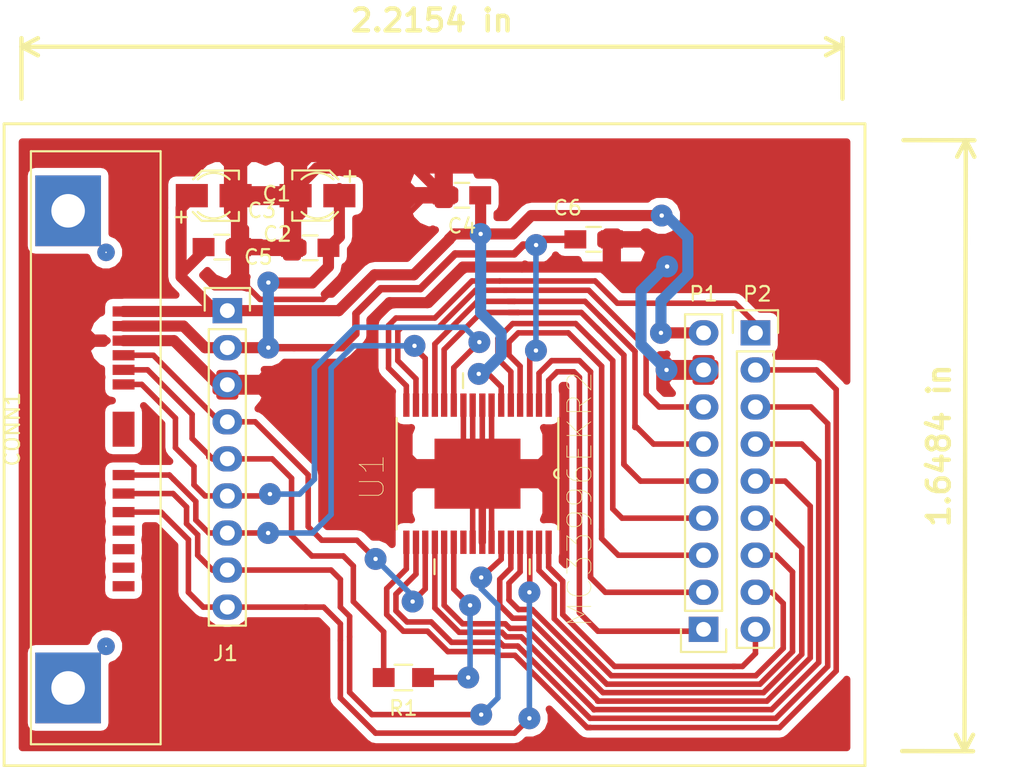
<source format=kicad_pcb>
(kicad_pcb (version 4) (host pcbnew 4.0.5+dfsg1-4~bpo8+1)

  (general
    (links 56)
    (no_connects 0)
    (area 0 0 0 0)
    (thickness 1.6)
    (drawings 6)
    (tracks 484)
    (zones 0)
    (modules 12)
    (nets 27)
  )

  (page A4)
  (layers
    (0 F.Cu signal)
    (31 B.Cu signal)
    (32 B.Adhes user)
    (33 F.Adhes user)
    (34 B.Paste user)
    (35 F.Paste user)
    (36 B.SilkS user)
    (37 F.SilkS user)
    (38 B.Mask user)
    (39 F.Mask user)
    (40 Dwgs.User user)
    (41 Cmts.User user)
    (42 Eco1.User user)
    (43 Eco2.User user)
    (44 Edge.Cuts user)
    (45 Margin user)
    (46 B.CrtYd user)
    (47 F.CrtYd user)
    (48 B.Fab user)
    (49 F.Fab user)
  )

  (setup
    (last_trace_width 0.25)
    (user_trace_width 0.35)
    (user_trace_width 0.381)
    (user_trace_width 0.5)
    (user_trace_width 0.508)
    (user_trace_width 0.635)
    (user_trace_width 0.762)
    (trace_clearance 0.2)
    (zone_clearance 0.5)
    (zone_45_only yes)
    (trace_min 0.2)
    (segment_width 0.2)
    (edge_width 0.15)
    (via_size 0.6)
    (via_drill 0.4)
    (via_min_size 0.4)
    (via_min_drill 0.3)
    (user_via 0.8 0.3)
    (user_via 1 0.3)
    (user_via 1.5 0.3)
    (uvia_size 0.3)
    (uvia_drill 0.1)
    (uvias_allowed no)
    (uvia_min_size 0.2)
    (uvia_min_drill 0.1)
    (pcb_text_width 0.3)
    (pcb_text_size 1.5 1.5)
    (mod_edge_width 0.15)
    (mod_text_size 1 1)
    (mod_text_width 0.15)
    (pad_size 1.524 1.524)
    (pad_drill 0.762)
    (pad_to_mask_clearance 0.2)
    (aux_axis_origin 0 0)
    (visible_elements 7FFFFFFF)
    (pcbplotparams
      (layerselection 0x00030_80000001)
      (usegerberextensions false)
      (excludeedgelayer true)
      (linewidth 0.100000)
      (plotframeref false)
      (viasonmask false)
      (mode 1)
      (useauxorigin false)
      (hpglpennumber 1)
      (hpglpenspeed 20)
      (hpglpendiameter 15)
      (hpglpenoverlay 2)
      (psnegative false)
      (psa4output false)
      (plotreference true)
      (plotvalue true)
      (plotinvisibletext false)
      (padsonsilk false)
      (subtractmaskfromsilk false)
      (outputformat 1)
      (mirror false)
      (drillshape 0)
      (scaleselection 1)
      (outputdirectory "/home/jarias/Escritorio/Pasantia/Desarrollo/Hardware /Cendit11713-v2/PortExpandeMC33996.Single/"))
  )

  (net 0 "")
  (net 1 GNDPWR)
  (net 2 VPP)
  (net 3 VCC)
  (net 4 /PWM)
  (net 5 //RESET)
  (net 6 /SCLK)
  (net 7 /MISO)
  (net 8 /MOSI)
  (net 9 "Net-(R1-Pad1)")
  (net 10 /P0)
  (net 11 /P1)
  (net 12 /P2)
  (net 13 /P3)
  (net 14 /P4)
  (net 15 /P5)
  (net 16 /P6)
  (net 17 /P7)
  (net 18 /P8)
  (net 19 /P9)
  (net 20 /P10)
  (net 21 /P11)
  (net 22 /P12)
  (net 23 /P13)
  (net 24 /P14)
  (net 25 /P15)
  (net 26 //CS)

  (net_class Default "Esta es la clase de red por defecto."
    (clearance 0.2)
    (trace_width 0.25)
    (via_dia 0.6)
    (via_drill 0.4)
    (uvia_dia 0.3)
    (uvia_drill 0.1)
    (add_net //CS)
    (add_net //RESET)
    (add_net /MISO)
    (add_net /MOSI)
    (add_net /P0)
    (add_net /P1)
    (add_net /P10)
    (add_net /P11)
    (add_net /P12)
    (add_net /P13)
    (add_net /P14)
    (add_net /P15)
    (add_net /P2)
    (add_net /P3)
    (add_net /P4)
    (add_net /P5)
    (add_net /P6)
    (add_net /P7)
    (add_net /P8)
    (add_net /P9)
    (add_net /PWM)
    (add_net /SCLK)
    (add_net GNDPWR)
    (add_net "Net-(R1-Pad1)")
    (add_net VCC)
    (add_net VPP)
  )

  (module LibreriaKicad:MC33996EKR2 (layer F.Cu) (tedit 0) (tstamp 59DED7FF)
    (at 123.444 101.981 270)
    (path /59BAD405)
    (attr smd)
    (fp_text reference U1 (at 0.229001 7.22627 270) (layer F.SilkS)
      (effects (font (size 1.64288 1.64288) (thickness 0.05)))
    )
    (fp_text value MC33996EKR2 (at 1.75277 -7.01108 270) (layer F.SilkS)
      (effects (font (size 1.64016 1.64016) (thickness 0.05)))
    )
    (fp_line (start -5.8674 0.9906) (end -6.8834 0.9906) (layer F.SilkS) (width 0.1524))
    (fp_line (start 6.8834 2.9464) (end 5.8674 2.9464) (layer F.SilkS) (width 0.1524))
    (fp_line (start 6.8834 -3.5814) (end 5.8674 -3.5814) (layer F.SilkS) (width 0.1524))
    (fp_line (start -3.81 5.5372) (end 3.81 5.5372) (layer F.SilkS) (width 0.1524))
    (fp_line (start 3.81 -5.5372) (end -0.3048 -5.5372) (layer F.SilkS) (width 0.1524))
    (fp_line (start -0.3048 -5.5372) (end -3.81 -5.5372) (layer F.SilkS) (width 0.1524))
    (fp_arc (start 0 -5.5499) (end -0.3048 -5.5372) (angle -180) (layer F.SilkS) (width 0.1524))
    (fp_line (start -3.81 -4.699) (end -3.81 -5.0546) (layer Dwgs.User) (width 0))
    (fp_line (start -3.81 -5.0546) (end -5.1562 -5.0546) (layer Dwgs.User) (width 0))
    (fp_line (start -5.1562 -5.0546) (end -5.1562 -4.699) (layer Dwgs.User) (width 0))
    (fp_line (start -5.1562 -4.699) (end -3.81 -4.699) (layer Dwgs.User) (width 0))
    (fp_line (start -3.81 -4.0386) (end -3.81 -4.4196) (layer Dwgs.User) (width 0))
    (fp_line (start -3.81 -4.4196) (end -5.1562 -4.4196) (layer Dwgs.User) (width 0))
    (fp_line (start -5.1562 -4.4196) (end -5.1562 -4.0386) (layer Dwgs.User) (width 0))
    (fp_line (start -5.1562 -4.0386) (end -3.81 -4.0386) (layer Dwgs.User) (width 0))
    (fp_line (start -3.81 -3.3782) (end -3.81 -3.7592) (layer Dwgs.User) (width 0))
    (fp_line (start -3.81 -3.7592) (end -5.1562 -3.7592) (layer Dwgs.User) (width 0))
    (fp_line (start -5.1562 -3.7592) (end -5.1562 -3.3782) (layer Dwgs.User) (width 0))
    (fp_line (start -5.1562 -3.3782) (end -3.81 -3.3782) (layer Dwgs.User) (width 0))
    (fp_line (start -3.81 -2.7432) (end -3.81 -3.1242) (layer Dwgs.User) (width 0))
    (fp_line (start -3.81 -3.1242) (end -5.1562 -3.1242) (layer Dwgs.User) (width 0))
    (fp_line (start -5.1562 -3.1242) (end -5.1562 -2.7432) (layer Dwgs.User) (width 0))
    (fp_line (start -5.1562 -2.7432) (end -3.81 -2.7432) (layer Dwgs.User) (width 0))
    (fp_line (start -3.81 -2.0828) (end -3.81 -2.4638) (layer Dwgs.User) (width 0))
    (fp_line (start -3.81 -2.4638) (end -5.1562 -2.4638) (layer Dwgs.User) (width 0))
    (fp_line (start -5.1562 -2.4638) (end -5.1562 -2.0828) (layer Dwgs.User) (width 0))
    (fp_line (start -5.1562 -2.0828) (end -3.81 -2.0828) (layer Dwgs.User) (width 0))
    (fp_line (start -3.81 -1.4478) (end -3.81 -1.8034) (layer Dwgs.User) (width 0))
    (fp_line (start -3.81 -1.8034) (end -5.1562 -1.8034) (layer Dwgs.User) (width 0))
    (fp_line (start -5.1562 -1.8034) (end -5.1562 -1.4478) (layer Dwgs.User) (width 0))
    (fp_line (start -5.1562 -1.4478) (end -3.81 -1.4478) (layer Dwgs.User) (width 0))
    (fp_line (start -3.81 -0.7874) (end -3.81 -1.1684) (layer Dwgs.User) (width 0))
    (fp_line (start -3.81 -1.1684) (end -5.1562 -1.1684) (layer Dwgs.User) (width 0))
    (fp_line (start -5.1562 -1.1684) (end -5.1562 -0.7874) (layer Dwgs.User) (width 0))
    (fp_line (start -5.1562 -0.7874) (end -3.81 -0.7874) (layer Dwgs.User) (width 0))
    (fp_line (start -3.81 -0.127) (end -3.81 -0.508) (layer Dwgs.User) (width 0))
    (fp_line (start -3.81 -0.508) (end -5.1562 -0.508) (layer Dwgs.User) (width 0))
    (fp_line (start -5.1562 -0.508) (end -5.1562 -0.127) (layer Dwgs.User) (width 0))
    (fp_line (start -5.1562 -0.127) (end -3.81 -0.127) (layer Dwgs.User) (width 0))
    (fp_line (start -3.81 0.508) (end -3.81 0.127) (layer Dwgs.User) (width 0))
    (fp_line (start -3.81 0.127) (end -5.1562 0.127) (layer Dwgs.User) (width 0))
    (fp_line (start -5.1562 0.127) (end -5.1562 0.508) (layer Dwgs.User) (width 0))
    (fp_line (start -5.1562 0.508) (end -3.81 0.508) (layer Dwgs.User) (width 0))
    (fp_line (start -3.81 1.1684) (end -3.81 0.7874) (layer Dwgs.User) (width 0))
    (fp_line (start -3.81 0.7874) (end -5.1562 0.7874) (layer Dwgs.User) (width 0))
    (fp_line (start -5.1562 0.7874) (end -5.1562 1.1684) (layer Dwgs.User) (width 0))
    (fp_line (start -5.1562 1.1684) (end -3.81 1.1684) (layer Dwgs.User) (width 0))
    (fp_line (start -3.81 1.8034) (end -3.81 1.4478) (layer Dwgs.User) (width 0))
    (fp_line (start -3.81 1.4478) (end -5.1562 1.4478) (layer Dwgs.User) (width 0))
    (fp_line (start -5.1562 1.4478) (end -5.1562 1.8034) (layer Dwgs.User) (width 0))
    (fp_line (start -5.1562 1.8034) (end -3.81 1.8034) (layer Dwgs.User) (width 0))
    (fp_line (start -3.81 2.4638) (end -3.81 2.0828) (layer Dwgs.User) (width 0))
    (fp_line (start -3.81 2.0828) (end -5.1562 2.0828) (layer Dwgs.User) (width 0))
    (fp_line (start -5.1562 2.0828) (end -5.1562 2.4638) (layer Dwgs.User) (width 0))
    (fp_line (start -5.1562 2.4638) (end -3.81 2.4638) (layer Dwgs.User) (width 0))
    (fp_line (start -3.81 3.1242) (end -3.81 2.7432) (layer Dwgs.User) (width 0))
    (fp_line (start -3.81 2.7432) (end -5.1562 2.7432) (layer Dwgs.User) (width 0))
    (fp_line (start -5.1562 2.7432) (end -5.1562 3.1242) (layer Dwgs.User) (width 0))
    (fp_line (start -5.1562 3.1242) (end -3.81 3.1242) (layer Dwgs.User) (width 0))
    (fp_line (start -3.81 3.7592) (end -3.81 3.3782) (layer Dwgs.User) (width 0))
    (fp_line (start -3.81 3.3782) (end -5.1562 3.3782) (layer Dwgs.User) (width 0))
    (fp_line (start -5.1562 3.3782) (end -5.1562 3.7592) (layer Dwgs.User) (width 0))
    (fp_line (start -5.1562 3.7592) (end -3.81 3.7592) (layer Dwgs.User) (width 0))
    (fp_line (start -3.81 4.4196) (end -3.81 4.0386) (layer Dwgs.User) (width 0))
    (fp_line (start -3.81 4.0386) (end -5.1562 4.0386) (layer Dwgs.User) (width 0))
    (fp_line (start -5.1562 4.0386) (end -5.1562 4.4196) (layer Dwgs.User) (width 0))
    (fp_line (start -5.1562 4.4196) (end -3.81 4.4196) (layer Dwgs.User) (width 0))
    (fp_line (start -3.81 5.0546) (end -3.81 4.699) (layer Dwgs.User) (width 0))
    (fp_line (start -3.81 4.699) (end -5.1562 4.699) (layer Dwgs.User) (width 0))
    (fp_line (start -5.1562 4.699) (end -5.1562 5.0546) (layer Dwgs.User) (width 0))
    (fp_line (start -5.1562 5.0546) (end -3.81 5.0546) (layer Dwgs.User) (width 0))
    (fp_line (start 3.81 4.699) (end 3.81 5.0546) (layer Dwgs.User) (width 0))
    (fp_line (start 3.81 5.0546) (end 5.1562 5.0546) (layer Dwgs.User) (width 0))
    (fp_line (start 5.1562 5.0546) (end 5.1562 4.699) (layer Dwgs.User) (width 0))
    (fp_line (start 5.1562 4.699) (end 3.81 4.699) (layer Dwgs.User) (width 0))
    (fp_line (start 3.81 4.0386) (end 3.81 4.4196) (layer Dwgs.User) (width 0))
    (fp_line (start 3.81 4.4196) (end 5.1562 4.4196) (layer Dwgs.User) (width 0))
    (fp_line (start 5.1562 4.4196) (end 5.1562 4.0386) (layer Dwgs.User) (width 0))
    (fp_line (start 5.1562 4.0386) (end 3.81 4.0386) (layer Dwgs.User) (width 0))
    (fp_line (start 3.81 3.3782) (end 3.81 3.7592) (layer Dwgs.User) (width 0))
    (fp_line (start 3.81 3.7592) (end 5.1562 3.7592) (layer Dwgs.User) (width 0))
    (fp_line (start 5.1562 3.7592) (end 5.1562 3.3782) (layer Dwgs.User) (width 0))
    (fp_line (start 5.1562 3.3782) (end 3.81 3.3782) (layer Dwgs.User) (width 0))
    (fp_line (start 3.81 2.7432) (end 3.81 3.1242) (layer Dwgs.User) (width 0))
    (fp_line (start 3.81 3.1242) (end 5.1562 3.1242) (layer Dwgs.User) (width 0))
    (fp_line (start 5.1562 3.1242) (end 5.1562 2.7432) (layer Dwgs.User) (width 0))
    (fp_line (start 5.1562 2.7432) (end 3.81 2.7432) (layer Dwgs.User) (width 0))
    (fp_line (start 3.81 2.0828) (end 3.81 2.4638) (layer Dwgs.User) (width 0))
    (fp_line (start 3.81 2.4638) (end 5.1562 2.4638) (layer Dwgs.User) (width 0))
    (fp_line (start 5.1562 2.4638) (end 5.1562 2.0828) (layer Dwgs.User) (width 0))
    (fp_line (start 5.1562 2.0828) (end 3.81 2.0828) (layer Dwgs.User) (width 0))
    (fp_line (start 3.81 1.4478) (end 3.81 1.8034) (layer Dwgs.User) (width 0))
    (fp_line (start 3.81 1.8034) (end 5.1562 1.8034) (layer Dwgs.User) (width 0))
    (fp_line (start 5.1562 1.8034) (end 5.1562 1.4478) (layer Dwgs.User) (width 0))
    (fp_line (start 5.1562 1.4478) (end 3.81 1.4478) (layer Dwgs.User) (width 0))
    (fp_line (start 3.81 0.7874) (end 3.81 1.1684) (layer Dwgs.User) (width 0))
    (fp_line (start 3.81 1.1684) (end 5.1562 1.1684) (layer Dwgs.User) (width 0))
    (fp_line (start 5.1562 1.1684) (end 5.1562 0.7874) (layer Dwgs.User) (width 0))
    (fp_line (start 5.1562 0.7874) (end 3.81 0.7874) (layer Dwgs.User) (width 0))
    (fp_line (start 3.81 0.127) (end 3.81 0.508) (layer Dwgs.User) (width 0))
    (fp_line (start 3.81 0.508) (end 5.1562 0.508) (layer Dwgs.User) (width 0))
    (fp_line (start 5.1562 0.508) (end 5.1562 0.127) (layer Dwgs.User) (width 0))
    (fp_line (start 5.1562 0.127) (end 3.81 0.127) (layer Dwgs.User) (width 0))
    (fp_line (start 3.81 -0.508) (end 3.81 -0.127) (layer Dwgs.User) (width 0))
    (fp_line (start 3.81 -0.127) (end 5.1562 -0.127) (layer Dwgs.User) (width 0))
    (fp_line (start 5.1562 -0.127) (end 5.1562 -0.508) (layer Dwgs.User) (width 0))
    (fp_line (start 5.1562 -0.508) (end 3.81 -0.508) (layer Dwgs.User) (width 0))
    (fp_line (start 3.81 -1.1684) (end 3.81 -0.7874) (layer Dwgs.User) (width 0))
    (fp_line (start 3.81 -0.7874) (end 5.1562 -0.7874) (layer Dwgs.User) (width 0))
    (fp_line (start 5.1562 -0.7874) (end 5.1562 -1.1684) (layer Dwgs.User) (width 0))
    (fp_line (start 5.1562 -1.1684) (end 3.81 -1.1684) (layer Dwgs.User) (width 0))
    (fp_line (start 3.81 -1.8034) (end 3.81 -1.4478) (layer Dwgs.User) (width 0))
    (fp_line (start 3.81 -1.4478) (end 5.1562 -1.4478) (layer Dwgs.User) (width 0))
    (fp_line (start 5.1562 -1.4478) (end 5.1562 -1.8034) (layer Dwgs.User) (width 0))
    (fp_line (start 5.1562 -1.8034) (end 3.81 -1.8034) (layer Dwgs.User) (width 0))
    (fp_line (start 3.81 -2.4638) (end 3.81 -2.0828) (layer Dwgs.User) (width 0))
    (fp_line (start 3.81 -2.0828) (end 5.1562 -2.0828) (layer Dwgs.User) (width 0))
    (fp_line (start 5.1562 -2.0828) (end 5.1562 -2.4638) (layer Dwgs.User) (width 0))
    (fp_line (start 5.1562 -2.4638) (end 3.81 -2.4638) (layer Dwgs.User) (width 0))
    (fp_line (start 3.81 -3.1242) (end 3.81 -2.7432) (layer Dwgs.User) (width 0))
    (fp_line (start 3.81 -2.7432) (end 5.1562 -2.7432) (layer Dwgs.User) (width 0))
    (fp_line (start 5.1562 -2.7432) (end 5.1562 -3.1242) (layer Dwgs.User) (width 0))
    (fp_line (start 5.1562 -3.1242) (end 3.81 -3.1242) (layer Dwgs.User) (width 0))
    (fp_line (start 3.81 -3.7592) (end 3.81 -3.3782) (layer Dwgs.User) (width 0))
    (fp_line (start 3.81 -3.3782) (end 5.1562 -3.3782) (layer Dwgs.User) (width 0))
    (fp_line (start 5.1562 -3.3782) (end 5.1562 -3.7592) (layer Dwgs.User) (width 0))
    (fp_line (start 5.1562 -3.7592) (end 3.81 -3.7592) (layer Dwgs.User) (width 0))
    (fp_line (start 3.81 -4.4196) (end 3.81 -4.0386) (layer Dwgs.User) (width 0))
    (fp_line (start 3.81 -4.0386) (end 5.1562 -4.0386) (layer Dwgs.User) (width 0))
    (fp_line (start 5.1562 -4.0386) (end 5.1562 -4.4196) (layer Dwgs.User) (width 0))
    (fp_line (start 5.1562 -4.4196) (end 3.81 -4.4196) (layer Dwgs.User) (width 0))
    (fp_line (start 3.81 -5.0546) (end 3.81 -4.699) (layer Dwgs.User) (width 0))
    (fp_line (start 3.81 -4.699) (end 5.1562 -4.699) (layer Dwgs.User) (width 0))
    (fp_line (start 5.1562 -4.699) (end 5.1562 -5.0546) (layer Dwgs.User) (width 0))
    (fp_line (start 5.1562 -5.0546) (end 3.81 -5.0546) (layer Dwgs.User) (width 0))
    (fp_line (start -3.81 5.5372) (end 3.81 5.5372) (layer Dwgs.User) (width 0))
    (fp_line (start 3.81 5.5372) (end 3.81 -5.5372) (layer Dwgs.User) (width 0))
    (fp_line (start 3.81 -5.5372) (end -0.3048 -5.5372) (layer Dwgs.User) (width 0))
    (fp_line (start -0.3048 -5.5372) (end -3.81 -5.5372) (layer Dwgs.User) (width 0))
    (fp_line (start -3.81 -5.5372) (end -3.81 5.5372) (layer Dwgs.User) (width 0))
    (fp_arc (start 0 -5.5499) (end -0.3048 -5.5372) (angle -180) (layer Dwgs.User) (width 0))
    (pad 1 smd rect (at -4.699 -4.8768 270) (size 1.6002 0.4318) (layers F.Cu F.Paste F.Mask)
      (net 10 /P0))
    (pad 2 smd rect (at -4.699 -4.2164 270) (size 1.6002 0.4318) (layers F.Cu F.Paste F.Mask)
      (net 11 /P1))
    (pad 3 smd rect (at -4.699 -3.5814 270) (size 1.6002 0.4318) (layers F.Cu F.Paste F.Mask)
      (net 3 VCC))
    (pad 4 smd rect (at -4.699 -2.921 270) (size 1.6002 0.4318) (layers F.Cu F.Paste F.Mask)
      (net 12 /P2))
    (pad 5 smd rect (at -4.699 -2.286 270) (size 1.6002 0.4318) (layers F.Cu F.Paste F.Mask)
      (net 13 /P3))
    (pad 6 smd rect (at -4.699 -1.6256 270) (size 1.6002 0.4318) (layers F.Cu F.Paste F.Mask)
      (net 2 VPP))
    (pad 7 smd rect (at -4.699 -0.9652 270) (size 1.6002 0.4318) (layers F.Cu F.Paste F.Mask)
      (net 1 GNDPWR))
    (pad 8 smd rect (at -4.699 -0.3302 270) (size 1.6002 0.4318) (layers F.Cu F.Paste F.Mask)
      (net 1 GNDPWR))
    (pad 9 smd rect (at -4.699 0.3302 270) (size 1.6002 0.4318) (layers F.Cu F.Paste F.Mask)
      (net 1 GNDPWR))
    (pad 10 smd rect (at -4.699 0.9652 270) (size 1.6002 0.4318) (layers F.Cu F.Paste F.Mask)
      (net 1 GNDPWR))
    (pad 11 smd rect (at -4.699 1.6256 270) (size 1.6002 0.4318) (layers F.Cu F.Paste F.Mask)
      (net 6 /SCLK))
    (pad 12 smd rect (at -4.699 2.286 270) (size 1.6002 0.4318) (layers F.Cu F.Paste F.Mask)
      (net 14 /P4))
    (pad 13 smd rect (at -4.699 2.921 270) (size 1.6002 0.4318) (layers F.Cu F.Paste F.Mask)
      (net 15 /P5))
    (pad 14 smd rect (at -4.699 3.5814 270) (size 1.6002 0.4318) (layers F.Cu F.Paste F.Mask)
      (net 26 //CS))
    (pad 15 smd rect (at -4.699 4.2164 270) (size 1.6002 0.4318) (layers F.Cu F.Paste F.Mask)
      (net 16 /P6))
    (pad 16 smd rect (at -4.699 4.8768 270) (size 1.6002 0.4318) (layers F.Cu F.Paste F.Mask)
      (net 17 /P7))
    (pad 17 smd rect (at 4.699 4.8768 270) (size 1.6002 0.4318) (layers F.Cu F.Paste F.Mask)
      (net 18 /P8))
    (pad 18 smd rect (at 4.699 4.2164 270) (size 1.6002 0.4318) (layers F.Cu F.Paste F.Mask)
      (net 19 /P9))
    (pad 19 smd rect (at 4.699 3.5814 270) (size 1.6002 0.4318) (layers F.Cu F.Paste F.Mask)
      (net 8 /MOSI))
    (pad 20 smd rect (at 4.699 2.921 270) (size 1.6002 0.4318) (layers F.Cu F.Paste F.Mask)
      (net 20 /P10))
    (pad 21 smd rect (at 4.699 2.286 270) (size 1.6002 0.4318) (layers F.Cu F.Paste F.Mask)
      (net 21 /P11))
    (pad 22 smd rect (at 4.699 1.6256 270) (size 1.6002 0.4318) (layers F.Cu F.Paste F.Mask)
      (net 9 "Net-(R1-Pad1)"))
    (pad 23 smd rect (at 4.699 0.9652 270) (size 1.6002 0.4318) (layers F.Cu F.Paste F.Mask))
    (pad 24 smd rect (at 4.699 0.3302 270) (size 1.6002 0.4318) (layers F.Cu F.Paste F.Mask)
      (net 1 GNDPWR))
    (pad 25 smd rect (at 4.699 -0.3302 270) (size 1.6002 0.4318) (layers F.Cu F.Paste F.Mask)
      (net 1 GNDPWR))
    (pad 26 smd rect (at 4.699 -0.9652 270) (size 1.6002 0.4318) (layers F.Cu F.Paste F.Mask)
      (net 1 GNDPWR))
    (pad 27 smd rect (at 4.699 -1.6256 270) (size 1.6002 0.4318) (layers F.Cu F.Paste F.Mask)
      (net 5 //RESET))
    (pad 28 smd rect (at 4.699 -2.286 270) (size 1.6002 0.4318) (layers F.Cu F.Paste F.Mask)
      (net 22 /P12))
    (pad 29 smd rect (at 4.699 -2.921 270) (size 1.6002 0.4318) (layers F.Cu F.Paste F.Mask)
      (net 23 /P13))
    (pad 30 smd rect (at 4.699 -3.5814 270) (size 1.6002 0.4318) (layers F.Cu F.Paste F.Mask)
      (net 4 /PWM))
    (pad 31 smd rect (at 4.699 -4.2164 270) (size 1.6002 0.4318) (layers F.Cu F.Paste F.Mask)
      (net 24 /P14))
    (pad 32 smd rect (at 4.699 -4.8768 270) (size 1.6002 0.4318) (layers F.Cu F.Paste F.Mask)
      (net 25 /P15))
    (pad 33 smd rect (at 0 0 270) (size 4.8006 5.8928) (layers F.Cu F.Paste F.Mask)
      (net 1 GNDPWR))
  )

  (module Capacitors_SMD:c_elec_3x5.3 (layer F.Cu) (tedit 59E3DD50) (tstamp 59DED752)
    (at 105.365 82.925)
    (descr "SMT capacitor, aluminium electrolytic, 3x5.3")
    (path /59BB0FF4)
    (attr smd)
    (fp_text reference C1 (at 4.318 -0.127) (layer F.SilkS)
      (effects (font (size 1 1) (thickness 0.15)))
    )
    (fp_text value 10uF (at 4.953 1.397) (layer F.Fab)
      (effects (font (size 1 1) (thickness 0.15)))
    )
    (fp_line (start -1.5621 -0.7493) (end -1.5621 0.7747) (layer F.Fab) (width 0.15))
    (fp_line (start -0.7493 -1.5621) (end -1.5621 -0.7493) (layer F.Fab) (width 0.15))
    (fp_line (start -0.762 1.5748) (end -1.5621 0.7747) (layer F.Fab) (width 0.15))
    (fp_line (start 1.5748 1.5748) (end 1.5748 -1.5621) (layer F.Fab) (width 0.15))
    (fp_line (start 1.5621 1.5748) (end -0.762 1.5748) (layer F.Fab) (width 0.15))
    (fp_line (start 1.5748 -1.5621) (end -0.7493 -1.5621) (layer F.Fab) (width 0.15))
    (fp_line (start -0.8255 1.7272) (end -1.4351 1.1176) (layer F.SilkS) (width 0.15))
    (fp_line (start 1.7272 1.7272) (end 1.7272 1.1176) (layer F.SilkS) (width 0.15))
    (fp_line (start -0.8128 -1.7145) (end -1.4097 -1.1176) (layer F.SilkS) (width 0.15))
    (fp_line (start 1.7272 -1.7145) (end 1.7272 -1.1176) (layer F.SilkS) (width 0.15))
    (fp_text user + (at -0.9398 -0.0762) (layer F.Fab)
      (effects (font (size 1 1) (thickness 0.15)))
    )
    (fp_text user + (at -2.2225 1.397) (layer F.SilkS)
      (effects (font (size 1 1) (thickness 0.15)))
    )
    (fp_arc (start 0 0) (end -1.0922 -1.1176) (angle 88.7) (layer F.SilkS) (width 0.15))
    (fp_arc (start 0 0) (end 1.0922 1.1176) (angle 88.7) (layer F.SilkS) (width 0.15))
    (fp_line (start -2.8 2.05) (end 2.8 2.05) (layer F.CrtYd) (width 0.05))
    (fp_line (start 2.8 2.05) (end 2.8 -2.05) (layer F.CrtYd) (width 0.05))
    (fp_line (start 2.8 -2.05) (end -2.8 -2.05) (layer F.CrtYd) (width 0.05))
    (fp_line (start -2.8 -2.05) (end -2.8 2.05) (layer F.CrtYd) (width 0.05))
    (fp_line (start -0.8255 1.7272) (end 1.7145 1.7272) (layer F.SilkS) (width 0.15))
    (fp_line (start 1.7272 -1.7145) (end -0.8128 -1.7145) (layer F.SilkS) (width 0.15))
    (pad 2 smd rect (at 1.5 0) (size 2.2 1.6) (layers F.Cu F.Paste F.Mask)
      (net 1 GNDPWR))
    (pad 1 smd rect (at -1.5 0) (size 2.2 1.6) (layers F.Cu F.Paste F.Mask)
      (net 2 VPP))
    (model Capacitors_SMD.3dshapes/c_elec_3x5.3.wrl
      (at (xyz 0 0 0))
      (scale (xyz 1 1 1))
      (rotate (xyz 0 0 180))
    )
  )

  (module Capacitors_SMD:C_0805_HandSoldering (layer F.Cu) (tedit 59E3DD4C) (tstamp 59DED758)
    (at 105.92 86.45)
    (descr "Capacitor SMD 0805, hand soldering")
    (tags "capacitor 0805")
    (path /59BB1591)
    (attr smd)
    (fp_text reference C2 (at 3.81 -0.889) (layer F.SilkS)
      (effects (font (size 1 1) (thickness 0.15)))
    )
    (fp_text value 0.1uF (at 4.699 0.635) (layer F.Fab)
      (effects (font (size 1 1) (thickness 0.15)))
    )
    (fp_line (start -1 0.625) (end -1 -0.625) (layer F.Fab) (width 0.15))
    (fp_line (start 1 0.625) (end -1 0.625) (layer F.Fab) (width 0.15))
    (fp_line (start 1 -0.625) (end 1 0.625) (layer F.Fab) (width 0.15))
    (fp_line (start -1 -0.625) (end 1 -0.625) (layer F.Fab) (width 0.15))
    (fp_line (start -2.3 -1) (end 2.3 -1) (layer F.CrtYd) (width 0.05))
    (fp_line (start -2.3 1) (end 2.3 1) (layer F.CrtYd) (width 0.05))
    (fp_line (start -2.3 -1) (end -2.3 1) (layer F.CrtYd) (width 0.05))
    (fp_line (start 2.3 -1) (end 2.3 1) (layer F.CrtYd) (width 0.05))
    (fp_line (start 0.5 -0.85) (end -0.5 -0.85) (layer F.SilkS) (width 0.15))
    (fp_line (start -0.5 0.85) (end 0.5 0.85) (layer F.SilkS) (width 0.15))
    (pad 1 smd rect (at -1.25 0) (size 1.5 1.25) (layers F.Cu F.Paste F.Mask)
      (net 2 VPP))
    (pad 2 smd rect (at 1.25 0) (size 1.5 1.25) (layers F.Cu F.Paste F.Mask)
      (net 1 GNDPWR))
    (model Capacitors_SMD.3dshapes/C_0805_HandSoldering.wrl
      (at (xyz 0 0 0))
      (scale (xyz 1 1 1))
      (rotate (xyz 0 0 0))
    )
  )

  (module Capacitors_SMD:c_elec_3x5.3 (layer F.Cu) (tedit 59E3DD7D) (tstamp 59DED75E)
    (at 112.477 82.925 180)
    (descr "SMT capacitor, aluminium electrolytic, 3x5.3")
    (path /59DD3E8B)
    (attr smd)
    (fp_text reference C3 (at 3.81 -1.016 180) (layer F.SilkS)
      (effects (font (size 1 1) (thickness 0.15)))
    )
    (fp_text value 10uF (at 4.953 0.762 180) (layer F.Fab)
      (effects (font (size 1 1) (thickness 0.15)))
    )
    (fp_line (start -1.5621 -0.7493) (end -1.5621 0.7747) (layer F.Fab) (width 0.15))
    (fp_line (start -0.7493 -1.5621) (end -1.5621 -0.7493) (layer F.Fab) (width 0.15))
    (fp_line (start -0.762 1.5748) (end -1.5621 0.7747) (layer F.Fab) (width 0.15))
    (fp_line (start 1.5748 1.5748) (end 1.5748 -1.5621) (layer F.Fab) (width 0.15))
    (fp_line (start 1.5621 1.5748) (end -0.762 1.5748) (layer F.Fab) (width 0.15))
    (fp_line (start 1.5748 -1.5621) (end -0.7493 -1.5621) (layer F.Fab) (width 0.15))
    (fp_line (start -0.8255 1.7272) (end -1.4351 1.1176) (layer F.SilkS) (width 0.15))
    (fp_line (start 1.7272 1.7272) (end 1.7272 1.1176) (layer F.SilkS) (width 0.15))
    (fp_line (start -0.8128 -1.7145) (end -1.4097 -1.1176) (layer F.SilkS) (width 0.15))
    (fp_line (start 1.7272 -1.7145) (end 1.7272 -1.1176) (layer F.SilkS) (width 0.15))
    (fp_text user + (at -0.9398 -0.0762 180) (layer F.Fab)
      (effects (font (size 1 1) (thickness 0.15)))
    )
    (fp_text user + (at -2.2225 1.397 180) (layer F.SilkS)
      (effects (font (size 1 1) (thickness 0.15)))
    )
    (fp_arc (start 0 0) (end -1.0922 -1.1176) (angle 88.7) (layer F.SilkS) (width 0.15))
    (fp_arc (start 0 0) (end 1.0922 1.1176) (angle 88.7) (layer F.SilkS) (width 0.15))
    (fp_line (start -2.8 2.05) (end 2.8 2.05) (layer F.CrtYd) (width 0.05))
    (fp_line (start 2.8 2.05) (end 2.8 -2.05) (layer F.CrtYd) (width 0.05))
    (fp_line (start 2.8 -2.05) (end -2.8 -2.05) (layer F.CrtYd) (width 0.05))
    (fp_line (start -2.8 -2.05) (end -2.8 2.05) (layer F.CrtYd) (width 0.05))
    (fp_line (start -0.8255 1.7272) (end 1.7145 1.7272) (layer F.SilkS) (width 0.15))
    (fp_line (start 1.7272 -1.7145) (end -0.8128 -1.7145) (layer F.SilkS) (width 0.15))
    (pad 2 smd rect (at 1.5 0 180) (size 2.2 1.6) (layers F.Cu F.Paste F.Mask)
      (net 1 GNDPWR))
    (pad 1 smd rect (at -1.5 0 180) (size 2.2 1.6) (layers F.Cu F.Paste F.Mask)
      (net 3 VCC))
    (model Capacitors_SMD.3dshapes/c_elec_3x5.3.wrl
      (at (xyz 0 0 0))
      (scale (xyz 1 1 1))
      (rotate (xyz 0 0 180))
    )
  )

  (module Capacitors_SMD:C_0805_HandSoldering (layer F.Cu) (tedit 59E3DD81) (tstamp 59DED76A)
    (at 111.98 86.5 180)
    (descr "Capacitor SMD 0805, hand soldering")
    (tags "capacitor 0805")
    (path /59BB13CD)
    (attr smd)
    (fp_text reference C5 (at 3.556 -0.635 180) (layer F.SilkS)
      (effects (font (size 1 1) (thickness 0.15)))
    )
    (fp_text value 0.1uF (at 4.953 0.635 180) (layer F.Fab)
      (effects (font (size 1 1) (thickness 0.15)))
    )
    (fp_line (start -1 0.625) (end -1 -0.625) (layer F.Fab) (width 0.15))
    (fp_line (start 1 0.625) (end -1 0.625) (layer F.Fab) (width 0.15))
    (fp_line (start 1 -0.625) (end 1 0.625) (layer F.Fab) (width 0.15))
    (fp_line (start -1 -0.625) (end 1 -0.625) (layer F.Fab) (width 0.15))
    (fp_line (start -2.3 -1) (end 2.3 -1) (layer F.CrtYd) (width 0.05))
    (fp_line (start -2.3 1) (end 2.3 1) (layer F.CrtYd) (width 0.05))
    (fp_line (start -2.3 -1) (end -2.3 1) (layer F.CrtYd) (width 0.05))
    (fp_line (start 2.3 -1) (end 2.3 1) (layer F.CrtYd) (width 0.05))
    (fp_line (start 0.5 -0.85) (end -0.5 -0.85) (layer F.SilkS) (width 0.15))
    (fp_line (start -0.5 0.85) (end 0.5 0.85) (layer F.SilkS) (width 0.15))
    (pad 1 smd rect (at -1.25 0 180) (size 1.5 1.25) (layers F.Cu F.Paste F.Mask)
      (net 3 VCC))
    (pad 2 smd rect (at 1.25 0 180) (size 1.5 1.25) (layers F.Cu F.Paste F.Mask)
      (net 1 GNDPWR))
    (model Capacitors_SMD.3dshapes/C_0805_HandSoldering.wrl
      (at (xyz 0 0 0))
      (scale (xyz 1 1 1))
      (rotate (xyz 0 0 0))
    )
  )

  (module Capacitors_SMD:C_0805_HandSoldering (layer F.Cu) (tedit 59DEE71A) (tstamp 59DED770)
    (at 131.4 85.92)
    (descr "Capacitor SMD 0805, hand soldering")
    (tags "capacitor 0805")
    (path /59E3E181)
    (attr smd)
    (fp_text reference C6 (at -1.778 -2.159) (layer F.SilkS)
      (effects (font (size 1 1) (thickness 0.15)))
    )
    (fp_text value 0.1uF (at 1.651 -2.159) (layer F.Fab)
      (effects (font (size 1 1) (thickness 0.15)))
    )
    (fp_line (start -1 0.625) (end -1 -0.625) (layer F.Fab) (width 0.15))
    (fp_line (start 1 0.625) (end -1 0.625) (layer F.Fab) (width 0.15))
    (fp_line (start 1 -0.625) (end 1 0.625) (layer F.Fab) (width 0.15))
    (fp_line (start -1 -0.625) (end 1 -0.625) (layer F.Fab) (width 0.15))
    (fp_line (start -2.3 -1) (end 2.3 -1) (layer F.CrtYd) (width 0.05))
    (fp_line (start -2.3 1) (end 2.3 1) (layer F.CrtYd) (width 0.05))
    (fp_line (start -2.3 -1) (end -2.3 1) (layer F.CrtYd) (width 0.05))
    (fp_line (start 2.3 -1) (end 2.3 1) (layer F.CrtYd) (width 0.05))
    (fp_line (start 0.5 -0.85) (end -0.5 -0.85) (layer F.SilkS) (width 0.15))
    (fp_line (start -0.5 0.85) (end 0.5 0.85) (layer F.SilkS) (width 0.15))
    (pad 1 smd rect (at -1.25 0) (size 1.5 1.25) (layers F.Cu F.Paste F.Mask)
      (net 3 VCC))
    (pad 2 smd rect (at 1.25 0) (size 1.5 1.25) (layers F.Cu F.Paste F.Mask)
      (net 1 GNDPWR))
    (model Capacitors_SMD.3dshapes/C_0805_HandSoldering.wrl
      (at (xyz 0 0 0))
      (scale (xyz 1 1 1))
      (rotate (xyz 0 0 0))
    )
  )

  (module Pin_Headers:Pin_Header_Straight_1x09 (layer F.Cu) (tedit 59DFF5C0) (tstamp 59DED7A7)
    (at 138.938 112.649 180)
    (descr "Through hole pin header")
    (tags "pin header")
    (path /59DED448)
    (fp_text reference P1 (at 0 22.987 180) (layer F.SilkS)
      (effects (font (size 1 1) (thickness 0.15)))
    )
    (fp_text value VIKING_HEADER_9P (at 2.667 9.652 270) (layer F.Fab)
      (effects (font (size 1 1) (thickness 0.15)))
    )
    (fp_line (start -1.75 -1.75) (end -1.75 22.1) (layer F.CrtYd) (width 0.05))
    (fp_line (start 1.75 -1.75) (end 1.75 22.1) (layer F.CrtYd) (width 0.05))
    (fp_line (start -1.75 -1.75) (end 1.75 -1.75) (layer F.CrtYd) (width 0.05))
    (fp_line (start -1.75 22.1) (end 1.75 22.1) (layer F.CrtYd) (width 0.05))
    (fp_line (start 1.27 1.27) (end 1.27 21.59) (layer F.SilkS) (width 0.15))
    (fp_line (start 1.27 21.59) (end -1.27 21.59) (layer F.SilkS) (width 0.15))
    (fp_line (start -1.27 21.59) (end -1.27 1.27) (layer F.SilkS) (width 0.15))
    (fp_line (start 1.55 -1.55) (end 1.55 0) (layer F.SilkS) (width 0.15))
    (fp_line (start 1.27 1.27) (end -1.27 1.27) (layer F.SilkS) (width 0.15))
    (fp_line (start -1.55 0) (end -1.55 -1.55) (layer F.SilkS) (width 0.15))
    (fp_line (start -1.55 -1.55) (end 1.55 -1.55) (layer F.SilkS) (width 0.15))
    (pad 1 thru_hole rect (at 0 0 180) (size 2.032 1.7272) (drill 1.016) (layers *.Cu *.Mask)
      (net 10 /P0))
    (pad 2 thru_hole oval (at 0 2.54 180) (size 2.032 1.7272) (drill 1.016) (layers *.Cu *.Mask)
      (net 11 /P1))
    (pad 3 thru_hole oval (at 0 5.08 180) (size 2.032 1.7272) (drill 1.016) (layers *.Cu *.Mask)
      (net 12 /P2))
    (pad 4 thru_hole oval (at 0 7.62 180) (size 2.032 1.7272) (drill 1.016) (layers *.Cu *.Mask)
      (net 13 /P3))
    (pad 5 thru_hole oval (at 0 10.16 180) (size 2.032 1.7272) (drill 1.016) (layers *.Cu *.Mask)
      (net 14 /P4))
    (pad 6 thru_hole oval (at 0 12.7 180) (size 2.032 1.7272) (drill 1.016) (layers *.Cu *.Mask)
      (net 15 /P5))
    (pad 7 thru_hole oval (at 0 15.24 180) (size 2.032 1.7272) (drill 1.016) (layers *.Cu *.Mask)
      (net 16 /P6))
    (pad 8 thru_hole oval (at 0 17.78 180) (size 2.032 1.7272) (drill 1.016) (layers *.Cu *.Mask)
      (net 1 GNDPWR))
    (pad 9 thru_hole oval (at 0 20.32 180) (size 2.032 1.7272) (drill 1.016) (layers *.Cu *.Mask)
      (net 2 VPP))
    (model Pin_Headers.3dshapes/Pin_Header_Straight_1x09.wrl
      (at (xyz 0 -0.4 0))
      (scale (xyz 1 1 1))
      (rotate (xyz 0 0 90))
    )
  )

  (module Pin_Headers:Pin_Header_Straight_1x09 (layer F.Cu) (tedit 59DFF5BB) (tstamp 59DED7B4)
    (at 142.494 92.329)
    (descr "Through hole pin header")
    (tags "pin header")
    (path /59DED4A7)
    (fp_text reference P2 (at 0.127 -2.667) (layer F.SilkS)
      (effects (font (size 1 1) (thickness 0.15)))
    )
    (fp_text value VIKING_HEADER_9P (at 2.794 10.541 90) (layer F.Fab)
      (effects (font (size 1 1) (thickness 0.15)))
    )
    (fp_line (start -1.75 -1.75) (end -1.75 22.1) (layer F.CrtYd) (width 0.05))
    (fp_line (start 1.75 -1.75) (end 1.75 22.1) (layer F.CrtYd) (width 0.05))
    (fp_line (start -1.75 -1.75) (end 1.75 -1.75) (layer F.CrtYd) (width 0.05))
    (fp_line (start -1.75 22.1) (end 1.75 22.1) (layer F.CrtYd) (width 0.05))
    (fp_line (start 1.27 1.27) (end 1.27 21.59) (layer F.SilkS) (width 0.15))
    (fp_line (start 1.27 21.59) (end -1.27 21.59) (layer F.SilkS) (width 0.15))
    (fp_line (start -1.27 21.59) (end -1.27 1.27) (layer F.SilkS) (width 0.15))
    (fp_line (start 1.55 -1.55) (end 1.55 0) (layer F.SilkS) (width 0.15))
    (fp_line (start 1.27 1.27) (end -1.27 1.27) (layer F.SilkS) (width 0.15))
    (fp_line (start -1.55 0) (end -1.55 -1.55) (layer F.SilkS) (width 0.15))
    (fp_line (start -1.55 -1.55) (end 1.55 -1.55) (layer F.SilkS) (width 0.15))
    (pad 1 thru_hole rect (at 0 0) (size 2.032 1.7272) (drill 1.016) (layers *.Cu *.Mask)
      (net 17 /P7))
    (pad 2 thru_hole oval (at 0 2.54) (size 2.032 1.7272) (drill 1.016) (layers *.Cu *.Mask)
      (net 18 /P8))
    (pad 3 thru_hole oval (at 0 5.08) (size 2.032 1.7272) (drill 1.016) (layers *.Cu *.Mask)
      (net 19 /P9))
    (pad 4 thru_hole oval (at 0 7.62) (size 2.032 1.7272) (drill 1.016) (layers *.Cu *.Mask)
      (net 20 /P10))
    (pad 5 thru_hole oval (at 0 10.16) (size 2.032 1.7272) (drill 1.016) (layers *.Cu *.Mask)
      (net 21 /P11))
    (pad 6 thru_hole oval (at 0 12.7) (size 2.032 1.7272) (drill 1.016) (layers *.Cu *.Mask)
      (net 22 /P12))
    (pad 7 thru_hole oval (at 0 15.24) (size 2.032 1.7272) (drill 1.016) (layers *.Cu *.Mask)
      (net 23 /P13))
    (pad 8 thru_hole oval (at 0 17.78) (size 2.032 1.7272) (drill 1.016) (layers *.Cu *.Mask)
      (net 24 /P14))
    (pad 9 thru_hole oval (at 0 20.32) (size 2.032 1.7272) (drill 1.016) (layers *.Cu *.Mask)
      (net 25 /P15))
    (model Pin_Headers.3dshapes/Pin_Header_Straight_1x09.wrl
      (at (xyz 0 -0.4 0))
      (scale (xyz 1 1 1))
      (rotate (xyz 0 0 90))
    )
  )

  (module Resistors_SMD:R_0805_HandSoldering (layer F.Cu) (tedit 58307B90) (tstamp 59DED7D4)
    (at 118.364 115.951 180)
    (descr "Resistor SMD 0805, hand soldering")
    (tags "resistor 0805")
    (path /59DED0AD)
    (attr smd)
    (fp_text reference R1 (at 0 -2.1 180) (layer F.SilkS)
      (effects (font (size 1 1) (thickness 0.15)))
    )
    (fp_text value RL (at 0 2.1 180) (layer F.Fab)
      (effects (font (size 1 1) (thickness 0.15)))
    )
    (fp_line (start -1 0.625) (end -1 -0.625) (layer F.Fab) (width 0.1))
    (fp_line (start 1 0.625) (end -1 0.625) (layer F.Fab) (width 0.1))
    (fp_line (start 1 -0.625) (end 1 0.625) (layer F.Fab) (width 0.1))
    (fp_line (start -1 -0.625) (end 1 -0.625) (layer F.Fab) (width 0.1))
    (fp_line (start -2.4 -1) (end 2.4 -1) (layer F.CrtYd) (width 0.05))
    (fp_line (start -2.4 1) (end 2.4 1) (layer F.CrtYd) (width 0.05))
    (fp_line (start -2.4 -1) (end -2.4 1) (layer F.CrtYd) (width 0.05))
    (fp_line (start 2.4 -1) (end 2.4 1) (layer F.CrtYd) (width 0.05))
    (fp_line (start 0.6 0.875) (end -0.6 0.875) (layer F.SilkS) (width 0.15))
    (fp_line (start -0.6 -0.875) (end 0.6 -0.875) (layer F.SilkS) (width 0.15))
    (pad 1 smd rect (at -1.35 0 180) (size 1.5 1.3) (layers F.Cu F.Paste F.Mask)
      (net 9 "Net-(R1-Pad1)"))
    (pad 2 smd rect (at 1.35 0 180) (size 1.5 1.3) (layers F.Cu F.Paste F.Mask)
      (net 7 /MISO))
    (model Resistors_SMD.3dshapes/R_0805_HandSoldering.wrl
      (at (xyz 0 0 0))
      (scale (xyz 1 1 1))
      (rotate (xyz 0 0 0))
    )
  )

  (module Capacitors_SMD:C_0805_HandSoldering (layer F.Cu) (tedit 541A9B8D) (tstamp 59DED764)
    (at 122.38 82.9 180)
    (descr "Capacitor SMD 0805, hand soldering")
    (tags "capacitor 0805")
    (path /59BB0C99)
    (attr smd)
    (fp_text reference C4 (at 0 -2.1 180) (layer F.SilkS)
      (effects (font (size 1 1) (thickness 0.15)))
    )
    (fp_text value 0.1uF (at 0 2.1 180) (layer F.Fab)
      (effects (font (size 1 1) (thickness 0.15)))
    )
    (fp_line (start -1 0.625) (end -1 -0.625) (layer F.Fab) (width 0.15))
    (fp_line (start 1 0.625) (end -1 0.625) (layer F.Fab) (width 0.15))
    (fp_line (start 1 -0.625) (end 1 0.625) (layer F.Fab) (width 0.15))
    (fp_line (start -1 -0.625) (end 1 -0.625) (layer F.Fab) (width 0.15))
    (fp_line (start -2.3 -1) (end 2.3 -1) (layer F.CrtYd) (width 0.05))
    (fp_line (start -2.3 1) (end 2.3 1) (layer F.CrtYd) (width 0.05))
    (fp_line (start -2.3 -1) (end -2.3 1) (layer F.CrtYd) (width 0.05))
    (fp_line (start 2.3 -1) (end 2.3 1) (layer F.CrtYd) (width 0.05))
    (fp_line (start 0.5 -0.85) (end -0.5 -0.85) (layer F.SilkS) (width 0.15))
    (fp_line (start -0.5 0.85) (end 0.5 0.85) (layer F.SilkS) (width 0.15))
    (pad 1 smd rect (at -1.25 0 180) (size 1.5 1.25) (layers F.Cu F.Paste F.Mask)
      (net 2 VPP))
    (pad 2 smd rect (at 1.25 0 180) (size 1.5 1.25) (layers F.Cu F.Paste F.Mask)
      (net 1 GNDPWR))
    (model Capacitors_SMD.3dshapes/C_0805_HandSoldering.wrl
      (at (xyz 0 0 0))
      (scale (xyz 1 1 1))
      (rotate (xyz 0 0 0))
    )
  )

  (module Pin_Headers:Pin_Header_Straight_1x09 (layer F.Cu) (tedit 5A01F257) (tstamp 59E3DD23)
    (at 106.299 90.805)
    (descr "Through hole pin header")
    (tags "pin header")
    (path /59E3FC98)
    (fp_text reference J1 (at -0.127 23.495) (layer F.SilkS)
      (effects (font (size 1 1) (thickness 0.15)))
    )
    (fp_text value DEBUG_CONN (at 2.921 9.779 90) (layer F.Fab)
      (effects (font (size 1 1) (thickness 0.15)))
    )
    (fp_line (start -1.75 -1.75) (end -1.75 22.1) (layer F.CrtYd) (width 0.05))
    (fp_line (start 1.75 -1.75) (end 1.75 22.1) (layer F.CrtYd) (width 0.05))
    (fp_line (start -1.75 -1.75) (end 1.75 -1.75) (layer F.CrtYd) (width 0.05))
    (fp_line (start -1.75 22.1) (end 1.75 22.1) (layer F.CrtYd) (width 0.05))
    (fp_line (start 1.27 1.27) (end 1.27 21.59) (layer F.SilkS) (width 0.15))
    (fp_line (start 1.27 21.59) (end -1.27 21.59) (layer F.SilkS) (width 0.15))
    (fp_line (start -1.27 21.59) (end -1.27 1.27) (layer F.SilkS) (width 0.15))
    (fp_line (start 1.55 -1.55) (end 1.55 0) (layer F.SilkS) (width 0.15))
    (fp_line (start 1.27 1.27) (end -1.27 1.27) (layer F.SilkS) (width 0.15))
    (fp_line (start -1.55 0) (end -1.55 -1.55) (layer F.SilkS) (width 0.15))
    (fp_line (start -1.55 -1.55) (end 1.55 -1.55) (layer F.SilkS) (width 0.15))
    (pad 1 thru_hole rect (at 0 0) (size 2.032 1.7272) (drill 1.016) (layers *.Cu *.Mask)
      (net 2 VPP))
    (pad 2 thru_hole oval (at 0 2.54) (size 2.032 1.7272) (drill 1.016) (layers *.Cu *.Mask)
      (net 3 VCC))
    (pad 3 thru_hole oval (at 0 5.08) (size 2.032 1.7272) (drill 1.016) (layers *.Cu *.Mask)
      (net 1 GNDPWR))
    (pad 4 thru_hole oval (at 0 7.62) (size 2.032 1.7272) (drill 1.016) (layers *.Cu *.Mask)
      (net 8 /MOSI))
    (pad 5 thru_hole oval (at 0 10.16) (size 2.032 1.7272) (drill 1.016) (layers *.Cu *.Mask)
      (net 7 /MISO))
    (pad 6 thru_hole oval (at 0 12.7) (size 2.032 1.7272) (drill 1.016) (layers *.Cu *.Mask)
      (net 6 /SCLK))
    (pad 7 thru_hole oval (at 0 15.24) (size 2.032 1.7272) (drill 1.016) (layers *.Cu *.Mask)
      (net 26 //CS))
    (pad 8 thru_hole oval (at 0 17.78) (size 2.032 1.7272) (drill 1.016) (layers *.Cu *.Mask)
      (net 5 //RESET))
    (pad 9 thru_hole oval (at 0 20.32) (size 2.032 1.7272) (drill 1.016) (layers *.Cu *.Mask)
      (net 4 /PWM))
    (model Pin_Headers.3dshapes/Pin_Header_Straight_1x09.wrl
      (at (xyz 0 -0.4 0))
      (scale (xyz 1 1 1))
      (rotate (xyz 0 0 90))
    )
  )

  (module CenditFootprints:SLIMLINE_SATA_PLUG_7P_6P (layer F.Cu) (tedit 5A01B6E8) (tstamp 5A01F4B5)
    (at 99.187 98.933 270)
    (path /59E406D7)
    (fp_text reference CONN1 (at 0 7.62 270) (layer F.SilkS)
      (effects (font (size 1 1) (thickness 0.15)))
    )
    (fp_text value VIKING_SPI_BUS (at 0 -3.81 270) (layer F.Fab)
      (effects (font (size 1 1) (thickness 0.15)))
    )
    (fp_line (start -19.05 6.35) (end 21.59 6.35) (layer F.SilkS) (width 0.15))
    (fp_line (start 21.59 6.35) (end 21.59 -2.54) (layer F.SilkS) (width 0.15))
    (fp_line (start 21.59 -2.54) (end -19.05 -2.54) (layer F.SilkS) (width 0.15))
    (fp_line (start -19.05 -2.54) (end -19.05 6.35) (layer F.SilkS) (width 0.15))
    (pad 14 smd rect (at 0 0 270) (size 2.4 1.5) (layers F.Cu F.Paste F.Mask))
    (pad 12 smd rect (at 9.49 0 270) (size 0.7 1.5) (layers F.Cu F.Paste F.Mask))
    (pad 11 smd rect (at 8.22 0 270) (size 0.7 1.5) (layers F.Cu F.Paste F.Mask))
    (pad 13 smd rect (at 10.76 0 270) (size 0.7 1.5) (layers F.Cu F.Paste F.Mask))
    (pad 10 smd rect (at 6.95 0 270) (size 0.7 1.5) (layers F.Cu F.Paste F.Mask))
    (pad 9 smd rect (at 5.68 0 270) (size 0.7 1.5) (layers F.Cu F.Paste F.Mask)
      (net 4 /PWM))
    (pad 8 smd rect (at 4.41 0 270) (size 0.7 1.5) (layers F.Cu F.Paste F.Mask)
      (net 5 //RESET))
    (pad 7 smd rect (at 3.14 0 270) (size 0.7 1.5) (layers F.Cu F.Paste F.Mask)
      (net 26 //CS))
    (pad 6 smd rect (at -3.07 0 270) (size 0.7 1.5) (layers F.Cu F.Paste F.Mask)
      (net 6 /SCLK))
    (pad 5 smd rect (at -4.07 0 270) (size 0.7 1.5) (layers F.Cu F.Paste F.Mask)
      (net 7 /MISO))
    (pad 4 smd rect (at -5.07 0 270) (size 0.7 1.5) (layers F.Cu F.Paste F.Mask)
      (net 8 /MOSI))
    (pad 3 smd rect (at -6.07 0 270) (size 0.7 1.5) (layers F.Cu F.Paste F.Mask)
      (net 1 GNDPWR))
    (pad 2 smd rect (at -7.07 0 270) (size 0.7 1.5) (layers F.Cu F.Paste F.Mask)
      (net 3 VCC))
    (pad 1 smd rect (at -8.07 0 270) (size 0.7 1.5) (layers F.Cu F.Paste F.Mask)
      (net 2 VPP))
    (pad "" np_thru_hole circle (at 14.88 1.2 270) (size 1.2 1.2) (drill 0.1) (layers *.Cu *.Mask))
    (pad "" np_thru_hole circle (at -12.12 1.2 270) (size 1.2 1.2) (drill 0.1) (layers *.Cu *.Mask))
    (pad "" np_thru_hole rect (at 17.73 3.8 270) (size 4.85 4.5) (drill 2.3) (layers *.Cu *.Mask))
    (pad "" np_thru_hole rect (at -14.97 3.8 270) (size 4.85 4.5) (drill 2.3) (layers *.Cu *.Mask))
  )

  (dimension 41.870097 (width 0.3) (layer F.SilkS)
    (gr_text 41,870mm (at 158.215364 100.067081 89.87684232) (layer F.SilkS)
      (effects (font (size 1.5 1.5) (thickness 0.3)))
    )
    (feature1 (pts (xy 152.55 120.99) (xy 159.520361 121.004983)))
    (feature2 (pts (xy 152.64 79.12) (xy 159.610361 79.134983)))
    (crossbar (pts (xy 156.910367 79.129179) (xy 156.820367 120.999179)))
    (arrow1a (pts (xy 156.820367 120.999179) (xy 156.236369 119.871417)))
    (arrow1b (pts (xy 156.820367 120.999179) (xy 157.409208 119.873938)))
    (arrow2a (pts (xy 156.910367 79.129179) (xy 156.321526 80.25442)))
    (arrow2b (pts (xy 156.910367 79.129179) (xy 157.494365 80.256941)))
  )
  (dimension 56.27 (width 0.3) (layer F.SilkS)
    (gr_text 56,270mm (at 120.325 71.37) (layer F.SilkS)
      (effects (font (size 1.5 1.5) (thickness 0.3)))
    )
    (feature1 (pts (xy 148.46 76.28) (xy 148.46 70.02)))
    (feature2 (pts (xy 92.19 76.28) (xy 92.19 70.02)))
    (crossbar (pts (xy 92.19 72.72) (xy 148.46 72.72)))
    (arrow1a (pts (xy 148.46 72.72) (xy 147.333496 73.306421)))
    (arrow1b (pts (xy 148.46 72.72) (xy 147.333496 72.133579)))
    (arrow2a (pts (xy 92.19 72.72) (xy 93.316504 73.306421)))
    (arrow2b (pts (xy 92.19 72.72) (xy 93.316504 72.133579)))
  )
  (gr_line (start 150 78) (end 91 78) (angle 90) (layer F.SilkS) (width 0.2))
  (gr_line (start 150 122) (end 150 78) (angle 90) (layer F.SilkS) (width 0.2))
  (gr_line (start 91 122) (end 150 122) (angle 90) (layer F.SilkS) (width 0.2))
  (gr_line (start 91 78) (end 91 122) (angle 90) (layer F.SilkS) (width 0.2))

  (segment (start 121.13 82.9) (end 120 82.9) (width 0.381) (layer F.Cu) (net 1))
  (segment (start 107.17 88.67) (end 107.17 86.45) (width 0.381) (layer F.Cu) (net 1) (tstamp 59E8E81B))
  (segment (start 108.533498 90.033498) (end 107.17 88.67) (width 0.381) (layer F.Cu) (net 1) (tstamp 59E8E817))
  (segment (start 112.866502 90.033498) (end 108.533498 90.033498) (width 0.381) (layer F.Cu) (net 1) (tstamp 59E8E808))
  (segment (start 120 82.9) (end 112.866502 90.033498) (width 0.381) (layer F.Cu) (net 1) (tstamp 59E8E800))
  (segment (start 121.13 82.9) (end 121.12 82.9) (width 0.381) (layer F.Cu) (net 1))
  (segment (start 121.12 82.9) (end 119.25 81.03) (width 0.762) (layer F.Cu) (net 1) (tstamp 59E8E780))
  (segment (start 110.977 82.925) (end 110.977 82.483) (width 0.762) (layer F.Cu) (net 1))
  (segment (start 110.977 82.483) (end 112.43 81.03) (width 0.762) (layer F.Cu) (net 1) (tstamp 59E8E76E))
  (segment (start 136.61 87.78) (end 137.88 86.51) (width 0.762) (layer F.Cu) (net 1) (tstamp 59E8E6F9))
  (segment (start 137.88 86.51) (end 137.88 83.73) (width 0.762) (layer F.Cu) (net 1) (tstamp 59E8E6FC))
  (segment (start 137.88 83.73) (end 136.85 82.7) (width 0.762) (layer F.Cu) (net 1) (tstamp 59E8E702))
  (segment (start 136.85 82.7) (end 127.71 82.7) (width 0.762) (layer F.Cu) (net 1) (tstamp 59E8E705))
  (segment (start 127.71 82.7) (end 126.04 81.03) (width 0.762) (layer F.Cu) (net 1) (tstamp 59E8E70B))
  (segment (start 136.44 87.78) (end 136.61 87.78) (width 0.762) (layer F.Cu) (net 1))
  (segment (start 112.43 81.03) (end 119.25 81.03) (width 0.762) (layer F.Cu) (net 1) (tstamp 59E8E774))
  (segment (start 119.25 81.03) (end 126.04 81.03) (width 0.762) (layer F.Cu) (net 1) (tstamp 59E8E78B))
  (segment (start 107.17 86.45) (end 107.17 83.23) (width 0.762) (layer F.Cu) (net 1))
  (segment (start 107.17 83.23) (end 106.865 82.925) (width 0.762) (layer F.Cu) (net 1) (tstamp 59E8E6A2))
  (segment (start 110.977 82.925) (end 110.977 86.253) (width 0.762) (layer F.Cu) (net 1))
  (segment (start 110.977 86.253) (end 110.73 86.5) (width 0.762) (layer F.Cu) (net 1) (tstamp 59E8E69F))
  (segment (start 107.17 86.45) (end 110.68 86.45) (width 0.762) (layer F.Cu) (net 1))
  (segment (start 110.68 86.45) (end 110.73 86.5) (width 0.762) (layer F.Cu) (net 1) (tstamp 59E8E68C))
  (segment (start 132.65 85.92) (end 134.58 85.92) (width 0.508) (layer F.Cu) (net 1))
  (segment (start 134.58 85.92) (end 136.44 87.78) (width 0.508) (layer F.Cu) (net 1) (tstamp 59E8E1F0))
  (segment (start 136.44 87.78) (end 136.33 87.78) (width 0.762) (layer B.Cu) (net 1))
  (segment (start 134.65 93.12) (end 136.4 94.87) (width 0.762) (layer B.Cu) (net 1) (tstamp 59E8E093))
  (segment (start 134.65 89.46) (end 134.65 93.12) (width 0.762) (layer B.Cu) (net 1) (tstamp 59E8E091))
  (segment (start 136.33 87.78) (end 134.65 89.46) (width 0.762) (layer B.Cu) (net 1) (tstamp 59E8E08C))
  (segment (start 126.49 87.82) (end 136.4 87.82) (width 0.762) (layer F.Cu) (net 1))
  (segment (start 115.4 95.6) (end 116.21 94.79) (width 0.762) (layer F.Cu) (net 1) (tstamp 59E8DFF4))
  (segment (start 116.21 94.79) (end 116.21 91.47) (width 0.762) (layer F.Cu) (net 1) (tstamp 59E8DFF6))
  (segment (start 116.21 91.47) (end 117.42 90.26) (width 0.762) (layer F.Cu) (net 1) (tstamp 59E8DFFA))
  (segment (start 117.42 90.26) (end 120.01 90.26) (width 0.762) (layer F.Cu) (net 1) (tstamp 59E8E004))
  (segment (start 120.01 90.26) (end 122.45 87.82) (width 0.762) (layer F.Cu) (net 1) (tstamp 59E8E006))
  (segment (start 122.45 87.82) (end 126.49 87.82) (width 0.762) (layer F.Cu) (net 1) (tstamp 59E8E00E))
  (segment (start 115.4 95.885) (end 115.4 95.6) (width 0.762) (layer F.Cu) (net 1))
  (segment (start 136.44 87.78) (end 136.51 87.78) (width 0.762) (layer B.Cu) (net 1) (tstamp 59E8E089))
  (via (at 136.44 87.78) (size 1.5) (drill 0.3) (layers F.Cu B.Cu) (net 1))
  (segment (start 136.4 87.82) (end 136.44 87.78) (width 0.762) (layer F.Cu) (net 1) (tstamp 59E8E081))
  (segment (start 136.4 94.87) (end 136.44 94.83) (width 0.762) (layer B.Cu) (net 1) (tstamp 59E8E046))
  (via (at 136.4 94.87) (size 1.5) (drill 0.3) (layers F.Cu B.Cu) (net 1))
  (segment (start 138.938 94.869) (end 136.401 94.869) (width 0.762) (layer F.Cu) (net 1))
  (segment (start 136.401 94.869) (end 136.4 94.87) (width 0.762) (layer F.Cu) (net 1) (tstamp 59E8E03E))
  (segment (start 106.299 95.885) (end 115.4 95.885) (width 0.762) (layer F.Cu) (net 1))
  (segment (start 115.4 95.885) (end 115.443 95.885) (width 0.762) (layer F.Cu) (net 1) (tstamp 59E8DFF2))
  (segment (start 99.187 92.863) (end 102.642 92.863) (width 0.762) (layer F.Cu) (net 1))
  (segment (start 102.642 92.863) (end 105.664 95.885) (width 0.762) (layer F.Cu) (net 1) (tstamp 59E3F969))
  (segment (start 105.664 95.885) (end 106.299 95.885) (width 0.762) (layer F.Cu) (net 1) (tstamp 59E3F96C))
  (segment (start 110.977 82.925) (end 110.977 82.647) (width 0.762) (layer F.Cu) (net 1))
  (segment (start 106.865 82.925) (end 110.977 82.925) (width 0.762) (layer F.Cu) (net 1))
  (segment (start 115.443 95.885) (end 117.294002 97.736002) (width 0.635) (layer F.Cu) (net 1) (tstamp 59E3E8A0))
  (segment (start 118.745 101.981) (end 123.444 101.981) (width 0.635) (layer F.Cu) (net 1) (tstamp 59E3E8BC))
  (segment (start 117.294002 100.530002) (end 118.745 101.981) (width 0.635) (layer F.Cu) (net 1) (tstamp 59E3E8B3))
  (segment (start 117.294002 97.736002) (end 117.294002 100.530002) (width 0.635) (layer F.Cu) (net 1) (tstamp 59E3E8AF))
  (segment (start 115.316 95.885) (end 115.443 95.885) (width 0.635) (layer F.Cu) (net 1) (tstamp 59E3EBE4))
  (segment (start 123.1138 106.68) (end 123.1138 102.3112) (width 0.381) (layer F.Cu) (net 1))
  (segment (start 123.1138 102.3112) (end 123.444 101.981) (width 0.381) (layer F.Cu) (net 1) (tstamp 59DEE439))
  (segment (start 124.4092 106.68) (end 124.4092 102.9462) (width 0.381) (layer F.Cu) (net 1))
  (segment (start 124.4092 102.9462) (end 123.444 101.981) (width 0.381) (layer F.Cu) (net 1) (tstamp 59DEE434))
  (segment (start 123.7742 106.68) (end 123.7742 102.3112) (width 0.508) (layer F.Cu) (net 1))
  (segment (start 123.7742 102.3112) (end 123.444 101.981) (width 0.508) (layer F.Cu) (net 1) (tstamp 59DEE40E))
  (segment (start 124.4092 97.282) (end 124.4092 101.0158) (width 0.381) (layer F.Cu) (net 1))
  (segment (start 124.4092 101.0158) (end 123.444 101.981) (width 0.381) (layer F.Cu) (net 1) (tstamp 59DEE3F4))
  (segment (start 123.7742 97.282) (end 123.7742 101.6508) (width 0.381) (layer F.Cu) (net 1))
  (segment (start 123.7742 101.6508) (end 123.444 101.981) (width 0.381) (layer F.Cu) (net 1) (tstamp 59DEE3F1))
  (segment (start 123.1138 97.282) (end 123.1138 101.6508) (width 0.381) (layer F.Cu) (net 1))
  (segment (start 123.1138 101.6508) (end 123.444 101.981) (width 0.381) (layer F.Cu) (net 1) (tstamp 59DEE3EE))
  (segment (start 122.4788 97.282) (end 122.4788 101.0158) (width 0.381) (layer F.Cu) (net 1))
  (segment (start 122.4788 101.0158) (end 123.444 101.981) (width 0.381) (layer F.Cu) (net 1) (tstamp 59DEE3E7))
  (segment (start 122.936 101.473) (end 123.444 101.981) (width 0.762) (layer F.Cu) (net 1) (tstamp 59DEE3D9))
  (segment (start 122.936 101.473) (end 123.444 101.981) (width 0.381) (layer F.Cu) (net 1) (tstamp 59DEE3A0))
  (segment (start 104.67 86.45) (end 104.67 86.72) (width 0.762) (layer F.Cu) (net 2))
  (segment (start 104.67 86.72) (end 103.13 88.26) (width 0.762) (layer F.Cu) (net 2) (tstamp 59E8E687))
  (segment (start 103.865 82.925) (end 103.865 83.055) (width 0.762) (layer F.Cu) (net 2))
  (segment (start 103.865 83.055) (end 103.13 83.79) (width 0.762) (layer F.Cu) (net 2) (tstamp 59E8E681))
  (segment (start 103.13 83.79) (end 103.13 88.26) (width 0.762) (layer F.Cu) (net 2) (tstamp 59E8E682))
  (segment (start 103.13 88.26) (end 103.13 88.49) (width 0.762) (layer F.Cu) (net 2) (tstamp 59E8E68A))
  (segment (start 103.13 88.49) (end 105.503 90.863) (width 0.762) (layer F.Cu) (net 2) (tstamp 59E8E683))
  (segment (start 105.503 90.863) (end 106.299 90.805) (width 0.762) (layer F.Cu) (net 2) (tstamp 59E8E685))
  (segment (start 123.66 85.55) (end 123.66 82.93) (width 0.762) (layer F.Cu) (net 2))
  (segment (start 123.66 82.93) (end 123.63 82.9) (width 0.762) (layer F.Cu) (net 2) (tstamp 59E8E2DC))
  (segment (start 136.07 84.29) (end 136.37 84.29) (width 0.762) (layer B.Cu) (net 2))
  (segment (start 136.017 90.153) (end 136.017 92.329) (width 0.762) (layer B.Cu) (net 2) (tstamp 59E8E2A7))
  (segment (start 137.86 88.31) (end 136.017 90.153) (width 0.762) (layer B.Cu) (net 2) (tstamp 59E8E29F))
  (segment (start 137.86 85.78) (end 137.86 88.31) (width 0.762) (layer B.Cu) (net 2) (tstamp 59E8E29B))
  (segment (start 136.37 84.29) (end 137.86 85.78) (width 0.762) (layer B.Cu) (net 2) (tstamp 59E8E294))
  (segment (start 123.66 85.55) (end 125.87 85.55) (width 0.762) (layer F.Cu) (net 2))
  (segment (start 136.09 84.27) (end 136.1 84.27) (width 0.762) (layer B.Cu) (net 2) (tstamp 59E8E292))
  (segment (start 136.07 84.29) (end 136.09 84.27) (width 0.762) (layer B.Cu) (net 2) (tstamp 59E8E291))
  (via (at 136.07 84.29) (size 1.5) (drill 0.3) (layers F.Cu B.Cu) (net 2))
  (segment (start 127.13 84.29) (end 136.07 84.29) (width 0.762) (layer F.Cu) (net 2) (tstamp 59E8E283))
  (segment (start 125.87 85.55) (end 127.13 84.29) (width 0.762) (layer F.Cu) (net 2) (tstamp 59E8E27E))
  (segment (start 121.51 85.92) (end 121.51 85.89) (width 0.762) (layer F.Cu) (net 2))
  (segment (start 113.935 90.805) (end 116.39 88.35) (width 0.762) (layer F.Cu) (net 2) (tstamp 59E8E220))
  (segment (start 116.39 88.35) (end 119.08 88.35) (width 0.762) (layer F.Cu) (net 2) (tstamp 59E8E22D))
  (segment (start 119.08 88.35) (end 121.51 85.92) (width 0.762) (layer F.Cu) (net 2) (tstamp 59E8E230))
  (segment (start 106.299 90.805) (end 113.935 90.805) (width 0.762) (layer F.Cu) (net 2))
  (segment (start 121.85 85.55) (end 123.66 85.55) (width 0.762) (layer F.Cu) (net 2) (tstamp 59E8E27A))
  (segment (start 121.51 85.89) (end 121.85 85.55) (width 0.762) (layer F.Cu) (net 2) (tstamp 59E8E276))
  (segment (start 123.53 95.14) (end 123.79 95.14) (width 0.762) (layer B.Cu) (net 2))
  (segment (start 123.79 95.14) (end 125.06 93.87) (width 0.762) (layer B.Cu) (net 2) (tstamp 59E8E254))
  (segment (start 125.06 93.87) (end 125.06 92.34) (width 0.762) (layer B.Cu) (net 2) (tstamp 59E8E259))
  (segment (start 125.06 92.34) (end 123.66 90.94) (width 0.762) (layer B.Cu) (net 2) (tstamp 59E8E265))
  (segment (start 123.66 90.94) (end 123.66 85.55) (width 0.762) (layer B.Cu) (net 2) (tstamp 59E8E26C))
  (via (at 123.66 85.55) (size 1.5) (drill 0.3) (layers F.Cu B.Cu) (net 2))
  (segment (start 123.66 85.55) (end 123.66 85.5) (width 0.762) (layer F.Cu) (net 2) (tstamp 59E8E273))
  (segment (start 125.0696 97.282) (end 125.0696 96.0296) (width 0.381) (layer F.Cu) (net 2))
  (segment (start 123.5 95.11) (end 123.5 95.1) (width 0.381) (layer B.Cu) (net 2) (tstamp 59E8E0CF))
  (segment (start 123.53 95.14) (end 123.5 95.11) (width 0.381) (layer B.Cu) (net 2) (tstamp 59E8E0CE))
  (via (at 123.53 95.14) (size 1.5) (drill 0.3) (layers F.Cu B.Cu) (net 2))
  (segment (start 123.55 95.16) (end 123.53 95.14) (width 0.381) (layer F.Cu) (net 2) (tstamp 59E8E0CC))
  (segment (start 124.2 95.16) (end 123.55 95.16) (width 0.381) (layer F.Cu) (net 2) (tstamp 59E8E0C9))
  (segment (start 125.0696 96.0296) (end 124.2 95.16) (width 0.381) (layer F.Cu) (net 2) (tstamp 59E8E0C1))
  (segment (start 99.187 90.863) (end 106.241 90.863) (width 0.762) (layer F.Cu) (net 2))
  (segment (start 106.241 90.863) (end 106.299 90.805) (width 0.762) (layer F.Cu) (net 2) (tstamp 59E3F944))
  (segment (start 138.938 92.329) (end 136.017 92.329) (width 0.762) (layer F.Cu) (net 2))
  (via (at 136.017 92.329) (size 1.5) (drill 0.3) (layers F.Cu B.Cu) (net 2))
  (segment (start 136.017 92.329) (end 136.017 92.202) (width 0.762) (layer B.Cu) (net 2) (tstamp 59E3F073))
  (segment (start 106.241 90.863) (end 106.299 90.805) (width 0.635) (layer F.Cu) (net 2) (tstamp 59E3EA49))
  (segment (start 113.23 86.5) (end 113.23 87.79) (width 0.762) (layer F.Cu) (net 3))
  (segment (start 113.23 87.79) (end 112.11 88.91) (width 0.762) (layer F.Cu) (net 3) (tstamp 59E8E7EA))
  (segment (start 113.977 82.925) (end 113.977 85.753) (width 0.762) (layer F.Cu) (net 3))
  (segment (start 113.977 85.753) (end 113.23 86.5) (width 0.762) (layer F.Cu) (net 3) (tstamp 59E8E7E6))
  (segment (start 113.977 82.925) (end 114.085 82.925) (width 0.762) (layer F.Cu) (net 3))
  (segment (start 109.11 88.88) (end 109.11 93.345) (width 0.762) (layer B.Cu) (net 3) (tstamp 59E8E6D5))
  (segment (start 112.11 88.91) (end 109.14 88.91) (width 0.762) (layer F.Cu) (net 3) (tstamp 59E8E7ED))
  (segment (start 109.14 88.91) (end 109.11 88.88) (width 0.762) (layer F.Cu) (net 3) (tstamp 59E8E6D3))
  (via (at 109.11 88.88) (size 1.5) (drill 0.3) (layers F.Cu B.Cu) (net 3))
  (via (at 109.11 93.345) (size 1.5) (drill 0.3) (layers F.Cu B.Cu) (net 3))
  (segment (start 109.13 93.29) (end 109.13 93.325) (width 0.762) (layer B.Cu) (net 3) (tstamp 59E8E6B5))
  (segment (start 109.13 93.325) (end 109.11 93.345) (width 0.762) (layer B.Cu) (net 3) (tstamp 59E8E6B4))
  (segment (start 127.46 86.31) (end 126.57 86.31) (width 0.508) (layer F.Cu) (net 3))
  (segment (start 114.165 93.345) (end 115.11 92.4) (width 0.508) (layer F.Cu) (net 3) (tstamp 59E8E1B7))
  (segment (start 115.11 92.4) (end 115.11 91.01) (width 0.508) (layer F.Cu) (net 3) (tstamp 59E8E1B8))
  (segment (start 115.11 91.01) (end 116.82 89.3) (width 0.508) (layer F.Cu) (net 3) (tstamp 59E8E1B9))
  (segment (start 116.82 89.3) (end 119.53 89.3) (width 0.508) (layer F.Cu) (net 3) (tstamp 59E8E1BA))
  (segment (start 119.53 89.3) (end 121.91 86.92) (width 0.508) (layer F.Cu) (net 3) (tstamp 59E8E1BC))
  (segment (start 114.165 93.345) (end 110.871 93.345) (width 0.508) (layer F.Cu) (net 3))
  (segment (start 125.96 86.92) (end 121.91 86.92) (width 0.508) (layer F.Cu) (net 3) (tstamp 59E8E5B3))
  (segment (start 126.57 86.31) (end 125.96 86.92) (width 0.508) (layer F.Cu) (net 3) (tstamp 59E8E5B0))
  (segment (start 127.46 86.31) (end 127.59 86.31) (width 0.508) (layer F.Cu) (net 3))
  (segment (start 127.59 86.31) (end 127.98 85.92) (width 0.508) (layer F.Cu) (net 3) (tstamp 59E8E1EC))
  (segment (start 127.98 85.92) (end 130.15 85.92) (width 0.508) (layer F.Cu) (net 3) (tstamp 59E8E1ED))
  (segment (start 127.45 86.35) (end 127.46 86.34) (width 0.381) (layer B.Cu) (net 3) (tstamp 59E8E1D3))
  (segment (start 127.46 86.34) (end 127.46 86.31) (width 0.381) (layer B.Cu) (net 3) (tstamp 59E8E1D4))
  (via (at 127.46 86.31) (size 1.5) (drill 0.3) (layers F.Cu B.Cu) (net 3))
  (segment (start 127.0254 93.9646) (end 127.0254 97.282) (width 0.381) (layer F.Cu) (net 3))
  (via (at 127.45 93.54) (size 1.5) (drill 0.3) (layers F.Cu B.Cu) (net 3))
  (segment (start 127.0254 93.9646) (end 127.45 93.54) (width 0.381) (layer F.Cu) (net 3) (tstamp 59E8E190))
  (segment (start 127.45 93.54) (end 127.45 86.35) (width 0.381) (layer B.Cu) (net 3))
  (segment (start 99.187 91.863) (end 103.293 91.863) (width 0.762) (layer F.Cu) (net 3))
  (segment (start 104.775 93.345) (end 106.299 93.345) (width 0.762) (layer F.Cu) (net 3) (tstamp 59E3F95E))
  (segment (start 103.293 91.863) (end 104.775 93.345) (width 0.762) (layer F.Cu) (net 3) (tstamp 59E3F95B))
  (segment (start 113.977 82.925) (end 113.977 82.314) (width 0.508) (layer F.Cu) (net 3))
  (segment (start 113.977 82.314) (end 114.461 82.798) (width 0.508) (layer F.Cu) (net 3) (tstamp 59E3F81E))
  (segment (start 106.299 93.345) (end 109.11 93.345) (width 0.762) (layer F.Cu) (net 3))
  (segment (start 109.11 93.345) (end 110.871 93.345) (width 0.508) (layer F.Cu) (net 3) (tstamp 59E8E6B1))
  (segment (start 111.633 111.125) (end 112.903 111.125) (width 0.381) (layer F.Cu) (net 4))
  (segment (start 114.046 113.411) (end 114.046 117.348) (width 0.381) (layer F.Cu) (net 4) (tstamp 59E3E463))
  (segment (start 114.046 117.348) (end 116.459 119.761) (width 0.381) (layer F.Cu) (net 4) (tstamp 59E3E467))
  (segment (start 116.459 119.761) (end 125.984 119.761) (width 0.381) (layer F.Cu) (net 4) (tstamp 59E3E46A))
  (segment (start 125.984 119.761) (end 127 118.745) (width 0.381) (layer F.Cu) (net 4) (tstamp 59E3E474))
  (via (at 127 118.745) (size 1.5) (drill 0.3) (layers F.Cu B.Cu) (net 4))
  (segment (start 127 118.745) (end 127 110.109) (width 0.381) (layer B.Cu) (net 4) (tstamp 59E3E47D))
  (via (at 127 110.109) (size 1.5) (drill 0.3) (layers F.Cu B.Cu) (net 4))
  (segment (start 114.046 112.268) (end 114.046 113.411) (width 0.381) (layer F.Cu) (net 4) (tstamp 59E3FA42))
  (segment (start 112.903 111.125) (end 114.046 112.268) (width 0.381) (layer F.Cu) (net 4) (tstamp 59E3FA40))
  (segment (start 99.187 104.613) (end 101.745998 104.613) (width 0.381) (layer F.Cu) (net 4))
  (segment (start 101.745998 104.613) (end 101.854 104.721002) (width 0.381) (layer F.Cu) (net 4) (tstamp 59E3F9AA))
  (segment (start 101.854 104.721002) (end 101.854 104.775) (width 0.381) (layer F.Cu) (net 4) (tstamp 59E3F9AB))
  (segment (start 101.854 104.775) (end 101.854 104.721002) (width 0.381) (layer F.Cu) (net 4) (tstamp 59E3F9AC))
  (segment (start 104.648 111.125) (end 106.299 111.125) (width 0.381) (layer F.Cu) (net 4) (tstamp 59E3EB34))
  (segment (start 103.632 110.109) (end 104.648 111.125) (width 0.381) (layer F.Cu) (net 4) (tstamp 59E3EB32))
  (segment (start 103.632 106.499002) (end 103.632 110.109) (width 0.381) (layer F.Cu) (net 4) (tstamp 59E3EB2C))
  (segment (start 101.745998 104.613) (end 101.854 104.721002) (width 0.381) (layer F.Cu) (net 4) (tstamp 59E3EB23))
  (segment (start 101.854 104.721002) (end 103.632 106.499002) (width 0.381) (layer F.Cu) (net 4) (tstamp 59E3F9AD))
  (segment (start 106.299 111.125) (end 111.633 111.125) (width 0.381) (layer F.Cu) (net 4))
  (segment (start 111.633 111.125) (end 111.76 111.125) (width 0.381) (layer F.Cu) (net 4) (tstamp 59E3FA3E))
  (segment (start 127.0254 106.68) (end 127.0254 110.0836) (width 0.381) (layer F.Cu) (net 4))
  (segment (start 127.0254 110.0836) (end 127 110.109) (width 0.381) (layer F.Cu) (net 4) (tstamp 59E3E16C))
  (segment (start 127.0254 110.0836) (end 127 110.109) (width 0.25) (layer F.Cu) (net 4) (tstamp 59E3E164))
  (segment (start 114.681 113.157) (end 114.681 111.76) (width 0.381) (layer F.Cu) (net 5))
  (segment (start 125.0696 107.8484) (end 123.698 109.093) (width 0.381) (layer F.Cu) (net 5) (tstamp 59DFF6C3))
  (via (at 123.698 109.093) (size 1.5) (drill 0.3) (layers F.Cu B.Cu) (net 5))
  (segment (start 125.0696 106.68) (end 125.0696 107.8484) (width 0.381) (layer F.Cu) (net 5))
  (segment (start 123.698 109.855) (end 123.698 109.093) (width 0.381) (layer B.Cu) (net 5) (tstamp 59E3E413))
  (segment (start 124.841 110.998) (end 123.698 109.855) (width 0.381) (layer B.Cu) (net 5) (tstamp 59E3E410))
  (segment (start 124.841 117.348) (end 124.841 110.998) (width 0.381) (layer B.Cu) (net 5) (tstamp 59E3E40E))
  (segment (start 123.698 118.491) (end 124.841 117.348) (width 0.381) (layer B.Cu) (net 5) (tstamp 59E3E40D))
  (via (at 123.698 118.491) (size 1.5) (drill 0.3) (layers F.Cu B.Cu) (net 5))
  (segment (start 116.205 118.491) (end 123.698 118.491) (width 0.381) (layer F.Cu) (net 5) (tstamp 59E3E3FD))
  (segment (start 114.681 116.967) (end 116.205 118.491) (width 0.381) (layer F.Cu) (net 5) (tstamp 59E3E3FA))
  (segment (start 114.681 113.157) (end 114.681 116.967) (width 0.381) (layer F.Cu) (net 5) (tstamp 59E3E3F7))
  (segment (start 113.411 108.585) (end 106.299 108.585) (width 0.381) (layer F.Cu) (net 5) (tstamp 59E3FA3B))
  (segment (start 114.046 109.22) (end 113.411 108.585) (width 0.381) (layer F.Cu) (net 5) (tstamp 59E3FA35))
  (segment (start 114.046 111.125) (end 114.046 109.22) (width 0.381) (layer F.Cu) (net 5) (tstamp 59E3FA31))
  (segment (start 114.681 111.76) (end 114.046 111.125) (width 0.381) (layer F.Cu) (net 5) (tstamp 59E3FA2B))
  (segment (start 99.187 103.343) (end 102.581 103.343) (width 0.381) (layer F.Cu) (net 5))
  (segment (start 102.581 103.343) (end 103.505 104.267) (width 0.381) (layer F.Cu) (net 5) (tstamp 59E3EAFF))
  (segment (start 103.505 104.267) (end 103.505 105.41) (width 0.381) (layer F.Cu) (net 5) (tstamp 59E3EB01))
  (segment (start 103.505 105.41) (end 104.267 106.172) (width 0.381) (layer F.Cu) (net 5) (tstamp 59E3EB03))
  (segment (start 104.267 106.172) (end 104.267 107.569) (width 0.381) (layer F.Cu) (net 5) (tstamp 59E3EB05))
  (segment (start 104.267 107.569) (end 105.283 108.585) (width 0.381) (layer F.Cu) (net 5) (tstamp 59E3EB0A))
  (segment (start 105.283 108.585) (end 106.299 108.585) (width 0.381) (layer F.Cu) (net 5) (tstamp 59E3EB0E))
  (segment (start 99.187 95.863) (end 100.435 95.863) (width 0.381) (layer F.Cu) (net 6))
  (segment (start 104.775 103.505) (end 106.299 103.505) (width 0.381) (layer F.Cu) (net 6) (tstamp 59E3E9A9))
  (segment (start 104.013 102.743) (end 104.775 103.505) (width 0.381) (layer F.Cu) (net 6) (tstamp 59E3E9A3))
  (segment (start 104.013 101.473) (end 104.013 102.743) (width 0.381) (layer F.Cu) (net 6) (tstamp 59E3E9A1))
  (segment (start 102.743 100.203) (end 104.013 101.473) (width 0.381) (layer F.Cu) (net 6) (tstamp 59E3E99E))
  (segment (start 102.743 98.171) (end 102.743 100.203) (width 0.381) (layer F.Cu) (net 6) (tstamp 59E3E99A))
  (segment (start 100.435 95.863) (end 102.743 98.171) (width 0.381) (layer F.Cu) (net 6) (tstamp 59E3E995))
  (segment (start 106.299 103.505) (end 109.22 103.505) (width 0.381) (layer F.Cu) (net 6))
  (segment (start 122.555 91.948) (end 123.571 92.964) (width 0.381) (layer B.Cu) (net 6) (tstamp 59E3E621))
  (segment (start 115.062 91.948) (end 122.555 91.948) (width 0.381) (layer B.Cu) (net 6) (tstamp 59E3E61E))
  (segment (start 112.268 94.742) (end 115.062 91.948) (width 0.381) (layer B.Cu) (net 6) (tstamp 59E3E616))
  (segment (start 112.268 102.362) (end 112.268 94.742) (width 0.381) (layer B.Cu) (net 6) (tstamp 59E3E615))
  (segment (start 111.252 103.378) (end 112.268 102.362) (width 0.381) (layer B.Cu) (net 6) (tstamp 59E3E612))
  (segment (start 109.22 103.378) (end 111.252 103.378) (width 0.381) (layer B.Cu) (net 6) (tstamp 59E3E611))
  (via (at 109.22 103.378) (size 1.5) (drill 0.3) (layers F.Cu B.Cu) (net 6))
  (segment (start 109.22 103.505) (end 109.22 103.378) (width 0.381) (layer F.Cu) (net 6) (tstamp 59E3E60B))
  (segment (start 121.8184 97.282) (end 121.8184 94.7166) (width 0.381) (layer F.Cu) (net 6))
  (segment (start 123.571 92.964) (end 123.698 92.837) (width 0.381) (layer B.Cu) (net 6) (tstamp 59E3E4FD))
  (via (at 123.571 92.964) (size 1.5) (drill 0.3) (layers F.Cu B.Cu) (net 6))
  (segment (start 121.8184 94.7166) (end 123.571 92.964) (width 0.381) (layer F.Cu) (net 6) (tstamp 59E3E4F5))
  (segment (start 106.299 100.965) (end 109.375 100.965) (width 0.381) (layer F.Cu) (net 7))
  (segment (start 117.014 112.823) (end 114.935 110.744) (width 0.381) (layer F.Cu) (net 7) (tstamp 59E3E3EC))
  (segment (start 117.014 112.823) (end 117.014 115.951) (width 0.381) (layer F.Cu) (net 7))
  (segment (start 114.935 108.305) (end 114.935 110.744) (width 0.381) (layer F.Cu) (net 7) (tstamp 59E8E89D))
  (segment (start 114.25 107.62) (end 114.935 108.305) (width 0.381) (layer F.Cu) (net 7) (tstamp 59E8E898))
  (segment (start 112.09 107.62) (end 114.25 107.62) (width 0.381) (layer F.Cu) (net 7) (tstamp 59E8E895))
  (segment (start 110.7 106.23) (end 112.09 107.62) (width 0.381) (layer F.Cu) (net 7) (tstamp 59E8E892))
  (segment (start 110.7 102.29) (end 110.7 106.23) (width 0.381) (layer F.Cu) (net 7) (tstamp 59E8E88D))
  (segment (start 109.375 100.965) (end 110.7 102.29) (width 0.381) (layer F.Cu) (net 7) (tstamp 59E8E889))
  (segment (start 106.299 100.965) (end 105.283 100.965) (width 0.381) (layer F.Cu) (net 7))
  (segment (start 105.283 100.965) (end 105.156 100.838) (width 0.381) (layer F.Cu) (net 7) (tstamp 59E3F990))
  (segment (start 105.029 100.838) (end 105.029 100.711) (width 0.381) (layer F.Cu) (net 7) (tstamp 59E3F995))
  (segment (start 105.156 100.838) (end 105.029 100.838) (width 0.381) (layer F.Cu) (net 7) (tstamp 59E3F993))
  (segment (start 99.187 94.863) (end 100.832 94.863) (width 0.381) (layer F.Cu) (net 7))
  (segment (start 103.886 99.568) (end 105.029 100.711) (width 0.381) (layer F.Cu) (net 7) (tstamp 59E3E98B))
  (segment (start 105.029 100.711) (end 105.283 100.965) (width 0.381) (layer F.Cu) (net 7) (tstamp 59E3F996))
  (segment (start 103.886 97.917) (end 103.886 99.568) (width 0.381) (layer F.Cu) (net 7) (tstamp 59E3E98A))
  (segment (start 100.832 94.863) (end 103.886 97.917) (width 0.381) (layer F.Cu) (net 7) (tstamp 59E3E984))
  (segment (start 106.299 98.425) (end 108.205 98.425) (width 0.381) (layer F.Cu) (net 8))
  (segment (start 115.176 106.54) (end 116.459 107.823) (width 0.381) (layer F.Cu) (net 8) (tstamp 59E8E8BB))
  (segment (start 112.77 106.54) (end 115.176 106.54) (width 0.381) (layer F.Cu) (net 8) (tstamp 59E8E8B7))
  (segment (start 111.84 105.61) (end 112.77 106.54) (width 0.381) (layer F.Cu) (net 8) (tstamp 59E8E8B5))
  (segment (start 111.84 102.06) (end 111.84 105.61) (width 0.381) (layer F.Cu) (net 8) (tstamp 59E8E8B0))
  (segment (start 108.205 98.425) (end 111.84 102.06) (width 0.381) (layer F.Cu) (net 8) (tstamp 59E8E8A5))
  (segment (start 99.187 93.863) (end 101.229 93.863) (width 0.381) (layer F.Cu) (net 8))
  (segment (start 101.229 93.863) (end 105.791 98.425) (width 0.381) (layer F.Cu) (net 8) (tstamp 59E3E94D))
  (segment (start 105.791 98.425) (end 106.299 98.425) (width 0.635) (layer F.Cu) (net 8) (tstamp 59E3E954))
  (segment (start 118.999 110.744) (end 118.999 110.363) (width 0.381) (layer B.Cu) (net 8))
  (segment (start 118.999 110.363) (end 116.459 107.823) (width 0.381) (layer B.Cu) (net 8) (tstamp 59E3E364))
  (via (at 116.459 107.823) (size 1.5) (drill 0.3) (layers F.Cu B.Cu) (net 8))
  (segment (start 119.8626 106.68) (end 119.8626 109.8804) (width 0.381) (layer F.Cu) (net 8))
  (via (at 118.999 110.744) (size 1.5) (drill 0.3) (layers F.Cu B.Cu) (net 8))
  (segment (start 119.8626 109.8804) (end 118.999 110.744) (width 0.381) (layer F.Cu) (net 8) (tstamp 59E3E1F8))
  (segment (start 116.459 107.823) (end 116.586 107.696) (width 0.381) (layer F.Cu) (net 8) (tstamp 59E3E372))
  (segment (start 122.936 110.998) (end 122.936 115.824) (width 0.381) (layer B.Cu) (net 9))
  (segment (start 121.8184 109.8804) (end 122.936 110.998) (width 0.381) (layer F.Cu) (net 9) (tstamp 59E3E18A))
  (via (at 122.936 110.998) (size 1.5) (drill 0.3) (layers F.Cu B.Cu) (net 9))
  (segment (start 121.8184 106.68) (end 121.8184 109.8804) (width 0.381) (layer F.Cu) (net 9))
  (segment (start 122.809 115.951) (end 119.714 115.951) (width 0.381) (layer F.Cu) (net 9) (tstamp 59E3E3E9))
  (via (at 122.809 115.951) (size 1.5) (drill 0.3) (layers F.Cu B.Cu) (net 9))
  (segment (start 122.936 115.824) (end 122.809 115.951) (width 0.381) (layer B.Cu) (net 9) (tstamp 59E3E3E6))
  (segment (start 130.429 111.506) (end 131.699 112.776) (width 0.381) (layer F.Cu) (net 10))
  (segment (start 128.3208 95.5802) (end 128.905 94.996) (width 0.381) (layer F.Cu) (net 10) (tstamp 59DEDD21))
  (segment (start 128.905 94.996) (end 130.048 94.996) (width 0.381) (layer F.Cu) (net 10) (tstamp 59DEDD22))
  (segment (start 130.048 94.996) (end 130.429 95.377) (width 0.381) (layer F.Cu) (net 10) (tstamp 59DEDD23))
  (segment (start 130.429 95.377) (end 130.429 111.506) (width 0.381) (layer F.Cu) (net 10) (tstamp 59DEDD24))
  (segment (start 128.3208 97.282) (end 128.3208 95.5802) (width 0.381) (layer F.Cu) (net 10))
  (segment (start 131.699 112.776) (end 138.811 112.776) (width 0.381) (layer F.Cu) (net 10) (tstamp 59E3F11F))
  (segment (start 138.811 112.776) (end 138.938 112.649) (width 0.381) (layer F.Cu) (net 10) (tstamp 59E3F125))
  (segment (start 131.191 108.966) (end 131.191 109.093) (width 0.381) (layer F.Cu) (net 11))
  (segment (start 131.191 109.093) (end 132.207 110.109) (width 0.381) (layer F.Cu) (net 11) (tstamp 59E3F113))
  (segment (start 132.207 110.109) (end 138.938 110.109) (width 0.381) (layer F.Cu) (net 11) (tstamp 59E3F118))
  (segment (start 127.6604 97.282) (end 127.6604 95.0976) (width 0.381) (layer F.Cu) (net 11))
  (segment (start 130.429 94.234) (end 131.191 94.996) (width 0.381) (layer F.Cu) (net 11) (tstamp 59DEDD2B))
  (segment (start 131.191 94.996) (end 131.191 108.966) (width 0.381) (layer F.Cu) (net 11) (tstamp 59DEDD2C))
  (segment (start 130.429 94.234) (end 128.524 94.234) (width 0.381) (layer F.Cu) (net 11))
  (segment (start 127.6604 95.0976) (end 128.524 94.234) (width 0.381) (layer F.Cu) (net 11) (tstamp 59DFE7FB))
  (segment (start 131.953 105.791) (end 131.953 106.426) (width 0.381) (layer F.Cu) (net 12))
  (segment (start 126.365 94.615) (end 125.603 93.853) (width 0.381) (layer F.Cu) (net 12) (tstamp 59DFE66F))
  (segment (start 125.603 93.853) (end 125.603 92.964) (width 0.381) (layer F.Cu) (net 12) (tstamp 59DFE672))
  (segment (start 125.603 92.964) (end 126.238 92.329) (width 0.381) (layer F.Cu) (net 12) (tstamp 59DFE67A))
  (segment (start 126.238 92.329) (end 129.667 92.329) (width 0.381) (layer F.Cu) (net 12) (tstamp 59DFE67C))
  (segment (start 129.667 92.329) (end 130.81 93.472) (width 0.381) (layer F.Cu) (net 12) (tstamp 59DFE687))
  (segment (start 130.81 93.472) (end 131.953 94.615) (width 0.381) (layer F.Cu) (net 12) (tstamp 59DEDD39))
  (segment (start 131.953 94.615) (end 131.953 105.791) (width 0.381) (layer F.Cu) (net 12) (tstamp 59DEDD3B))
  (segment (start 126.365 97.282) (end 126.365 94.615) (width 0.381) (layer F.Cu) (net 12))
  (segment (start 133.096 107.569) (end 138.938 107.569) (width 0.381) (layer F.Cu) (net 12) (tstamp 59E3F10A))
  (segment (start 131.953 106.426) (end 133.096 107.569) (width 0.381) (layer F.Cu) (net 12) (tstamp 59E3F105))
  (segment (start 132.715 104.013) (end 132.715 104.394) (width 0.381) (layer F.Cu) (net 13))
  (segment (start 131.699 93.218) (end 132.715 94.234) (width 0.381) (layer F.Cu) (net 13) (tstamp 59DFE6C4))
  (segment (start 132.715 94.234) (end 132.715 104.013) (width 0.381) (layer F.Cu) (net 13) (tstamp 59DEDD48))
  (segment (start 133.35 105.029) (end 138.938 105.029) (width 0.381) (layer F.Cu) (net 13) (tstamp 59E3F0FB))
  (segment (start 132.715 104.394) (end 133.35 105.029) (width 0.381) (layer F.Cu) (net 13) (tstamp 59E3F0F9))
  (segment (start 125.73 97.282) (end 125.73 94.996) (width 0.381) (layer F.Cu) (net 13))
  (segment (start 130.175 91.694) (end 131.699 93.218) (width 0.381) (layer F.Cu) (net 13) (tstamp 59DFE6BD))
  (segment (start 125.857 91.694) (end 130.175 91.694) (width 0.381) (layer F.Cu) (net 13) (tstamp 59DFE6B7))
  (segment (start 124.841 92.71) (end 125.857 91.694) (width 0.381) (layer F.Cu) (net 13) (tstamp 59DFE6B2))
  (segment (start 124.841 94.107) (end 124.841 92.71) (width 0.381) (layer F.Cu) (net 13) (tstamp 59DFE6AF))
  (segment (start 125.73 94.996) (end 124.841 94.107) (width 0.381) (layer F.Cu) (net 13) (tstamp 59DFE6AB))
  (segment (start 131.191 92.71) (end 131.699 93.218) (width 0.381) (layer F.Cu) (net 13) (tstamp 59DEDD46))
  (segment (start 133.477 101.219) (end 133.477 101.346) (width 0.381) (layer F.Cu) (net 14))
  (segment (start 133.477 93.853) (end 133.477 101.219) (width 0.381) (layer F.Cu) (net 14) (tstamp 59DEDD5A))
  (segment (start 131.699 92.075) (end 133.477 93.853) (width 0.381) (layer F.Cu) (net 14) (tstamp 59DFE787))
  (segment (start 131.826 92.202) (end 131.699 92.075) (width 0.381) (layer F.Cu) (net 14) (tstamp 59DFE7A6))
  (segment (start 134.62 102.489) (end 138.938 102.489) (width 0.381) (layer F.Cu) (net 14) (tstamp 59E3F0CE))
  (segment (start 133.477 101.346) (end 134.62 102.489) (width 0.381) (layer F.Cu) (net 14) (tstamp 59E3F0C7))
  (segment (start 131.826 92.202) (end 130.556 90.932) (width 0.381) (layer F.Cu) (net 14))
  (segment (start 130.556 90.932) (end 126.238 90.932) (width 0.381) (layer F.Cu) (net 14) (tstamp 59DFE7A8))
  (segment (start 126.238 90.932) (end 125.603 90.932) (width 0.381) (layer F.Cu) (net 14) (tstamp 59E00D16))
  (segment (start 131.572 91.948) (end 131.826 92.202) (width 0.381) (layer F.Cu) (net 14) (tstamp 59DEDD58))
  (segment (start 123.698 90.932) (end 126.238 90.932) (width 0.381) (layer F.Cu) (net 14) (tstamp 59E00D12))
  (segment (start 121.158 93.472) (end 123.698 90.932) (width 0.381) (layer F.Cu) (net 14) (tstamp 59E00D0C))
  (segment (start 121.158 97.282) (end 121.158 93.472) (width 0.381) (layer F.Cu) (net 14))
  (segment (start 134.239 98.806) (end 134.366 98.806) (width 0.381) (layer F.Cu) (net 15))
  (segment (start 135.509 99.949) (end 138.938 99.949) (width 0.381) (layer F.Cu) (net 15) (tstamp 59E3F0C2))
  (segment (start 134.366 98.806) (end 135.509 99.949) (width 0.381) (layer F.Cu) (net 15) (tstamp 59E3F0C1))
  (segment (start 132.207 91.567) (end 130.81 90.17) (width 0.381) (layer F.Cu) (net 15))
  (segment (start 130.81 90.17) (end 125.984 90.17) (width 0.381) (layer F.Cu) (net 15) (tstamp 59DFE7B6))
  (segment (start 125.984 90.17) (end 125.54334 90.17) (width 0.381) (layer F.Cu) (net 15) (tstamp 59E00D32))
  (segment (start 131.826 91.186) (end 132.207 91.567) (width 0.381) (layer F.Cu) (net 15) (tstamp 59DEDD67))
  (segment (start 132.207 91.567) (end 134.239 93.599) (width 0.381) (layer F.Cu) (net 15) (tstamp 59DFE7B4))
  (segment (start 134.239 93.599) (end 134.239 98.806) (width 0.381) (layer F.Cu) (net 15) (tstamp 59DEDD69))
  (segment (start 134.239 98.806) (end 134.239 98.679) (width 0.381) (layer F.Cu) (net 15) (tstamp 59E3F0BF))
  (segment (start 123.444 90.17) (end 125.984 90.17) (width 0.381) (layer F.Cu) (net 15) (tstamp 59E00D2E))
  (segment (start 120.523 93.091) (end 123.444 90.17) (width 0.381) (layer F.Cu) (net 15) (tstamp 59E00D29))
  (segment (start 120.523 97.282) (end 120.523 93.091) (width 0.381) (layer F.Cu) (net 15))
  (segment (start 138.938 97.409) (end 135.89 97.409) (width 0.381) (layer F.Cu) (net 16))
  (segment (start 135.001 96.52) (end 135.001 93.345) (width 0.381) (layer F.Cu) (net 16))
  (segment (start 134.874 93.218) (end 131.064 89.408) (width 0.381) (layer F.Cu) (net 16) (tstamp 59DFECF8))
  (segment (start 131.064 89.408) (end 125.476 89.408) (width 0.381) (layer F.Cu) (net 16) (tstamp 59DFECFC))
  (segment (start 135.001 93.345) (end 134.874 93.218) (width 0.381) (layer F.Cu) (net 16) (tstamp 59E3EFCC))
  (segment (start 135.89 97.409) (end 135.001 96.52) (width 0.381) (layer F.Cu) (net 16) (tstamp 59E3F0A3))
  (segment (start 119.2276 97.282) (end 119.2276 95.4786) (width 0.381) (layer F.Cu) (net 16))
  (segment (start 123.317 89.408) (end 125.476 89.408) (width 0.381) (layer F.Cu) (net 16) (tstamp 59E00DCB))
  (segment (start 120.777 91.948) (end 123.317 89.408) (width 0.381) (layer F.Cu) (net 16) (tstamp 59E00DC6))
  (segment (start 118.237 91.948) (end 120.777 91.948) (width 0.381) (layer F.Cu) (net 16) (tstamp 59E00DC1))
  (segment (start 117.983 92.202) (end 118.237 91.948) (width 0.381) (layer F.Cu) (net 16) (tstamp 59E00DBE))
  (segment (start 117.983 94.234) (end 117.983 92.202) (width 0.381) (layer F.Cu) (net 16) (tstamp 59E00DB4))
  (segment (start 119.2276 95.4786) (end 117.983 94.234) (width 0.381) (layer F.Cu) (net 16) (tstamp 59E00DB1))
  (segment (start 125.476 89.408) (end 125.222 89.408) (width 0.381) (layer F.Cu) (net 16) (tstamp 59E00DCF))
  (segment (start 133.02866 90.297) (end 141.097 90.297) (width 0.381) (layer F.Cu) (net 17))
  (segment (start 118.5672 95.9612) (end 117.348 94.742) (width 0.381) (layer F.Cu) (net 17) (tstamp 59E00DD1))
  (segment (start 117.348 94.742) (end 117.348 91.821) (width 0.381) (layer F.Cu) (net 17) (tstamp 59E00DD2))
  (segment (start 117.348 91.821) (end 117.856 91.313) (width 0.381) (layer F.Cu) (net 17) (tstamp 59E00DD3))
  (segment (start 117.856 91.313) (end 120.523 91.313) (width 0.381) (layer F.Cu) (net 17) (tstamp 59E00DDA))
  (segment (start 120.523 91.313) (end 123.063 88.773) (width 0.381) (layer F.Cu) (net 17) (tstamp 59E00DDC))
  (segment (start 123.063 88.773) (end 124.968 88.773) (width 0.381) (layer F.Cu) (net 17) (tstamp 59E00DE0))
  (segment (start 131.50466 88.773) (end 133.02866 90.297) (width 0.381) (layer F.Cu) (net 17) (tstamp 59DFECA5))
  (segment (start 124.968 88.773) (end 131.50466 88.773) (width 0.381) (layer F.Cu) (net 17) (tstamp 59DFECA0))
  (segment (start 118.5672 97.282) (end 118.5672 95.9612) (width 0.381) (layer F.Cu) (net 17))
  (segment (start 141.097 90.297) (end 142.494 91.694) (width 0.381) (layer F.Cu) (net 17) (tstamp 59E3F089))
  (segment (start 142.494 91.694) (end 142.494 92.329) (width 0.381) (layer F.Cu) (net 17) (tstamp 59E3F090))
  (segment (start 131.18 119.38) (end 130.956998 119.38) (width 0.381) (layer F.Cu) (net 18))
  (segment (start 121.412 114.173) (end 124.660002 114.173) (width 0.381) (layer F.Cu) (net 18) (tstamp 59E3F4D4))
  (segment (start 124.660002 114.173) (end 124.914002 114.427) (width 0.381) (layer F.Cu) (net 18) (tstamp 59E3F4D8))
  (segment (start 118.5672 108.5088) (end 118.5672 106.68) (width 0.381) (layer F.Cu) (net 18))
  (segment (start 118.364 112.776) (end 120.015 112.776) (width 0.381) (layer F.Cu) (net 18) (tstamp 59E3E2D3))
  (segment (start 117.221 111.633) (end 118.364 112.776) (width 0.381) (layer F.Cu) (net 18) (tstamp 59E3E2D0))
  (segment (start 117.221 109.855) (end 117.221 111.633) (width 0.381) (layer F.Cu) (net 18) (tstamp 59E3E2CC))
  (segment (start 118.5672 108.5088) (end 117.221 109.855) (width 0.381) (layer F.Cu) (net 18) (tstamp 59E3E2C8))
  (segment (start 120.015 112.776) (end 121.412 114.173) (width 0.381) (layer F.Cu) (net 18))
  (segment (start 126.003998 114.427) (end 124.914002 114.427) (width 0.381) (layer F.Cu) (net 18) (tstamp 59E8DD96))
  (segment (start 130.956998 119.38) (end 126.003998 114.427) (width 0.381) (layer F.Cu) (net 18) (tstamp 59E8DD92))
  (segment (start 146.685 94.869) (end 142.494 94.869) (width 0.381) (layer F.Cu) (net 18) (tstamp 59E3F4F5))
  (segment (start 148.028002 96.212002) (end 146.685 94.869) (width 0.381) (layer F.Cu) (net 18) (tstamp 59E3F4EF))
  (segment (start 148.028002 115.496998) (end 148.028002 96.212002) (width 0.381) (layer F.Cu) (net 18) (tstamp 59E3F4E9))
  (segment (start 144.145 119.38) (end 148.028002 115.496998) (width 0.381) (layer F.Cu) (net 18) (tstamp 59E3F4E1))
  (segment (start 131.00434 119.38) (end 131.18 119.38) (width 0.381) (layer F.Cu) (net 18) (tstamp 59E3F4DC))
  (segment (start 131.18 119.38) (end 144.145 119.38) (width 0.381) (layer F.Cu) (net 18) (tstamp 59E8DD90))
  (segment (start 131.191 118.745) (end 131.155 118.745) (width 0.381) (layer F.Cu) (net 19))
  (segment (start 124.97568 113.538) (end 125.22968 113.792) (width 0.381) (layer F.Cu) (net 19) (tstamp 59E3F476))
  (segment (start 131.191 118.745) (end 143.891 118.745) (width 0.381) (layer F.Cu) (net 19) (tstamp 59E3F47E))
  (segment (start 143.891 118.745) (end 147.447 115.189) (width 0.381) (layer F.Cu) (net 19) (tstamp 59E3F484))
  (segment (start 147.447 115.189) (end 147.447 98.552) (width 0.381) (layer F.Cu) (net 19) (tstamp 59E3F48C))
  (segment (start 147.447 98.552) (end 146.304 97.409) (width 0.381) (layer F.Cu) (net 19) (tstamp 59E3F492))
  (segment (start 142.494 97.409) (end 146.304 97.409) (width 0.381) (layer F.Cu) (net 19) (tstamp 59E3F497))
  (segment (start 124.97568 113.538) (end 124.46 113.538) (width 0.381) (layer F.Cu) (net 19))
  (segment (start 126.202 113.792) (end 125.22968 113.792) (width 0.381) (layer F.Cu) (net 19) (tstamp 59E8DD7D))
  (segment (start 131.155 118.745) (end 126.202 113.792) (width 0.381) (layer F.Cu) (net 19) (tstamp 59E8DD75))
  (segment (start 117.856 110.236) (end 119.2276 108.8644) (width 0.381) (layer F.Cu) (net 19))
  (segment (start 119.2276 106.68) (end 119.2276 108.8644) (width 0.381) (layer F.Cu) (net 19))
  (segment (start 118.618 112.141) (end 117.856 111.379) (width 0.381) (layer F.Cu) (net 19) (tstamp 59E3E25E))
  (segment (start 117.856 111.379) (end 117.856 110.236) (width 0.381) (layer F.Cu) (net 19) (tstamp 59E3E269))
  (segment (start 121.666 113.538) (end 124.46 113.538) (width 0.381) (layer F.Cu) (net 19) (tstamp 59E3E234))
  (segment (start 124.46 113.538) (end 124.587 113.538) (width 0.381) (layer F.Cu) (net 19) (tstamp 59E3F474))
  (segment (start 120.269 112.141) (end 121.666 113.538) (width 0.381) (layer F.Cu) (net 19) (tstamp 59E3E22F))
  (segment (start 120.269 112.141) (end 118.618 112.141) (width 0.381) (layer F.Cu) (net 19))
  (segment (start 125.422002 113.162662) (end 126.445682 113.162662) (width 0.381) (layer F.Cu) (net 20))
  (segment (start 120.523 111.18466) (end 122.187342 112.849002) (width 0.381) (layer F.Cu) (net 20) (tstamp 59E3F3C7))
  (segment (start 122.187342 112.849002) (end 125.108342 112.849002) (width 0.381) (layer F.Cu) (net 20) (tstamp 59E3F3CA))
  (segment (start 125.108342 112.849002) (end 125.422002 113.162662) (width 0.381) (layer F.Cu) (net 20) (tstamp 59E3F3CC))
  (segment (start 120.523 106.68) (end 120.523 111.18466) (width 0.381) (layer F.Cu) (net 20))
  (segment (start 126.445682 113.162662) (end 131.431028 118.148008) (width 0.381) (layer F.Cu) (net 20) (tstamp 59E8DD4C))
  (segment (start 131.431028 118.148008) (end 131.431028 118.163998) (width 0.381) (layer F.Cu) (net 20) (tstamp 59E8DD50))
  (segment (start 131.431028 118.163998) (end 131.431028 118.148008) (width 0.381) (layer F.Cu) (net 20) (tstamp 59E8DD51))
  (segment (start 145.669 99.949) (end 142.494 99.949) (width 0.381) (layer F.Cu) (net 20) (tstamp 59E3F3F3))
  (segment (start 146.831004 101.111004) (end 145.669 99.949) (width 0.381) (layer F.Cu) (net 20) (tstamp 59E3F3F0))
  (segment (start 146.831004 114.915996) (end 146.831004 101.111004) (width 0.381) (layer F.Cu) (net 20) (tstamp 59E3F3DF))
  (segment (start 143.598992 118.148008) (end 146.831004 114.915996) (width 0.381) (layer F.Cu) (net 20) (tstamp 59E3F3D7))
  (segment (start 131.431028 118.148008) (end 131.431028 118.148008) (width 0.381) (layer F.Cu) (net 20) (tstamp 59E3F3D1))
  (segment (start 131.431028 118.148008) (end 143.598992 118.148008) (width 0.381) (layer F.Cu) (net 20) (tstamp 59E8DD52))
  (segment (start 126.68634 112.58166) (end 126.75166 112.58166) (width 0.381) (layer F.Cu) (net 21))
  (segment (start 125.349 112.268) (end 125.66266 112.58166) (width 0.381) (layer F.Cu) (net 21) (tstamp 59E3F36D))
  (segment (start 125.66266 112.58166) (end 126.68634 112.58166) (width 0.381) (layer F.Cu) (net 21) (tstamp 59E3F370))
  (segment (start 121.158 106.68) (end 121.158 110.998) (width 0.381) (layer F.Cu) (net 21))
  (segment (start 121.158 110.998) (end 122.428 112.268) (width 0.381) (layer F.Cu) (net 21) (tstamp 59E3E191))
  (segment (start 122.428 112.268) (end 125.222 112.268) (width 0.381) (layer F.Cu) (net 21))
  (segment (start 125.222 112.268) (end 125.349 112.268) (width 0.381) (layer F.Cu) (net 21))
  (segment (start 126.75166 112.58166) (end 131.737006 117.567006) (width 0.381) (layer F.Cu) (net 21) (tstamp 59E8DD36))
  (segment (start 144.526 102.489) (end 142.494 102.489) (width 0.381) (layer F.Cu) (net 21) (tstamp 59E3F391))
  (segment (start 146.250002 104.213002) (end 144.526 102.489) (width 0.381) (layer F.Cu) (net 21) (tstamp 59E3F38B))
  (segment (start 146.250002 114.600318) (end 146.250002 104.213002) (width 0.381) (layer F.Cu) (net 21) (tstamp 59E3F386))
  (segment (start 143.283314 117.567006) (end 146.250002 114.600318) (width 0.381) (layer F.Cu) (net 21) (tstamp 59E3F37E))
  (segment (start 131.671686 117.567006) (end 131.737006 117.567006) (width 0.381) (layer F.Cu) (net 21) (tstamp 59E3F37A))
  (segment (start 131.737006 117.567006) (end 143.283314 117.567006) (width 0.381) (layer F.Cu) (net 21) (tstamp 59E8DD3B))
  (segment (start 126.81334 111.887) (end 126.947 111.887) (width 0.381) (layer F.Cu) (net 22))
  (segment (start 124.968 109.22) (end 124.968 110.998) (width 0.381) (layer F.Cu) (net 22) (tstamp 59E3F222))
  (segment (start 124.968 110.998) (end 125.857 111.887) (width 0.381) (layer F.Cu) (net 22) (tstamp 59E3F224))
  (segment (start 125.857 111.887) (end 126.81334 111.887) (width 0.381) (layer F.Cu) (net 22) (tstamp 59E3F226))
  (segment (start 125.73 106.68) (end 125.73 108.458) (width 0.381) (layer F.Cu) (net 22))
  (segment (start 125.73 108.458) (end 124.968 109.22) (width 0.381) (layer F.Cu) (net 22))
  (segment (start 126.947 111.887) (end 132.046004 116.986004) (width 0.381) (layer F.Cu) (net 22) (tstamp 59E8DD08))
  (segment (start 143.637 105.029) (end 142.494 105.029) (width 0.381) (layer F.Cu) (net 22) (tstamp 59E3F246))
  (segment (start 145.669 107.061) (end 143.637 105.029) (width 0.381) (layer F.Cu) (net 22) (tstamp 59E3F243))
  (segment (start 145.669 114.35966) (end 145.669 107.061) (width 0.381) (layer F.Cu) (net 22) (tstamp 59E3F23C))
  (segment (start 143.042656 116.986004) (end 145.669 114.35966) (width 0.381) (layer F.Cu) (net 22) (tstamp 59E3F238))
  (segment (start 132.046004 116.986004) (end 143.042656 116.986004) (width 0.381) (layer F.Cu) (net 22) (tstamp 59E8DD0E))
  (segment (start 125.603 110.617) (end 125.603 110.633) (width 0.381) (layer F.Cu) (net 23))
  (segment (start 126.365 106.68) (end 126.365 108.712) (width 0.381) (layer F.Cu) (net 23))
  (segment (start 125.603 109.474) (end 125.603 110.617) (width 0.381) (layer F.Cu) (net 23) (tstamp 59E3E170))
  (segment (start 126.365 108.712) (end 125.603 109.474) (width 0.381) (layer F.Cu) (net 23) (tstamp 59E3E16F))
  (segment (start 127.19 111.29) (end 132.305002 116.405002) (width 0.381) (layer F.Cu) (net 23) (tstamp 59E8DCF3))
  (segment (start 126.26 111.29) (end 127.19 111.29) (width 0.381) (layer F.Cu) (net 23) (tstamp 59E8DCEC))
  (segment (start 125.603 110.633) (end 126.26 111.29) (width 0.381) (layer F.Cu) (net 23) (tstamp 59E8DCE6))
  (segment (start 143.891 107.569) (end 142.494 107.569) (width 0.381) (layer F.Cu) (net 23) (tstamp 59E3F1D6))
  (segment (start 145.034 108.712) (end 143.891 107.569) (width 0.381) (layer F.Cu) (net 23) (tstamp 59E3F1D4))
  (segment (start 145.034 114.173) (end 145.034 108.712) (width 0.381) (layer F.Cu) (net 23) (tstamp 59E3F1CF))
  (segment (start 142.801998 116.405002) (end 145.034 114.173) (width 0.381) (layer F.Cu) (net 23) (tstamp 59E3F1CB))
  (segment (start 132.305002 116.405002) (end 142.801998 116.405002) (width 0.381) (layer F.Cu) (net 23) (tstamp 59E8DD00))
  (segment (start 144.399 113.88) (end 144.399 113.945) (width 0.381) (layer F.Cu) (net 24))
  (segment (start 128.704998 109.601) (end 128.704998 109.654998) (width 0.381) (layer F.Cu) (net 24) (tstamp 59E8DCD7))
  (segment (start 128.704998 111.914998) (end 128.704998 109.601) (width 0.381) (layer F.Cu) (net 24) (tstamp 59E8DCD3))
  (segment (start 132.614 115.824) (end 128.704998 111.914998) (width 0.381) (layer F.Cu) (net 24) (tstamp 59E8DCCD))
  (segment (start 142.52 115.824) (end 132.614 115.824) (width 0.381) (layer F.Cu) (net 24) (tstamp 59E8DCC8))
  (segment (start 144.399 113.945) (end 142.52 115.824) (width 0.381) (layer F.Cu) (net 24) (tstamp 59E8DCC6))
  (segment (start 127.6604 108.6104) (end 128.704998 109.654998) (width 0.381) (layer F.Cu) (net 24) (tstamp 59DFF831))
  (segment (start 127.6604 106.68) (end 127.6604 108.6104) (width 0.381) (layer F.Cu) (net 24))
  (segment (start 128.704998 109.654998) (end 128.651 109.601) (width 0.381) (layer F.Cu) (net 24) (tstamp 59E8DCD8))
  (segment (start 143.637 110.109) (end 142.494 110.109) (width 0.381) (layer F.Cu) (net 24) (tstamp 59E3F173))
  (segment (start 144.399 110.871) (end 143.637 110.109) (width 0.381) (layer F.Cu) (net 24) (tstamp 59E3F171))
  (segment (start 144.399 113.919) (end 144.399 113.88) (width 0.381) (layer F.Cu) (net 24) (tstamp 59E3F16C))
  (segment (start 144.399 113.88) (end 144.399 110.871) (width 0.381) (layer F.Cu) (net 24) (tstamp 59E8DCC4))
  (segment (start 140.97 115.189) (end 141.605 115.189) (width 0.381) (layer F.Cu) (net 25))
  (segment (start 142.494 114.3) (end 142.494 112.649) (width 0.381) (layer F.Cu) (net 25) (tstamp 59E3F166))
  (segment (start 141.605 115.189) (end 142.494 114.3) (width 0.381) (layer F.Cu) (net 25) (tstamp 59E3F164))
  (segment (start 128.3208 106.68) (end 128.3208 108.3818) (width 0.381) (layer F.Cu) (net 25))
  (segment (start 132.842 115.189) (end 140.97 115.189) (width 0.381) (layer F.Cu) (net 25) (tstamp 59DEDEDD))
  (segment (start 140.97 115.189) (end 141.097 115.189) (width 0.381) (layer F.Cu) (net 25) (tstamp 59E3F14C))
  (segment (start 129.286 111.633) (end 132.842 115.189) (width 0.381) (layer F.Cu) (net 25) (tstamp 59DFF83A))
  (segment (start 129.286 109.347) (end 129.286 111.633) (width 0.381) (layer F.Cu) (net 25) (tstamp 59DFF839))
  (segment (start 128.3208 108.3818) (end 129.286 109.347) (width 0.381) (layer F.Cu) (net 25) (tstamp 59DFF838))
  (segment (start 99.187 102.073) (end 102.327 102.073) (width 0.381) (layer F.Cu) (net 26))
  (segment (start 102.327 102.073) (end 102.362 102.108) (width 0.381) (layer F.Cu) (net 26) (tstamp 59E3F999))
  (segment (start 105.029 106.045) (end 106.299 106.045) (width 0.381) (layer F.Cu) (net 26) (tstamp 59E3EAFC))
  (segment (start 104.14 105.156) (end 105.029 106.045) (width 0.381) (layer F.Cu) (net 26) (tstamp 59E3EAF8))
  (segment (start 104.14 103.886) (end 104.14 105.156) (width 0.381) (layer F.Cu) (net 26) (tstamp 59E3EAF2))
  (segment (start 102.327 102.073) (end 102.616 102.362) (width 0.381) (layer F.Cu) (net 26) (tstamp 59E3EAE5))
  (segment (start 102.616 102.362) (end 104.14 103.886) (width 0.381) (layer F.Cu) (net 26) (tstamp 59E3F99C))
  (segment (start 106.299 106.045) (end 109.093 106.045) (width 0.381) (layer F.Cu) (net 26))
  (segment (start 119.8626 94.0816) (end 119.126 93.345) (width 0.381) (layer F.Cu) (net 26) (tstamp 59E00D8A))
  (segment (start 119.126 93.345) (end 119.126 93.218) (width 0.381) (layer F.Cu) (net 26) (tstamp 59E00D8B))
  (via (at 119.126 93.218) (size 1.5) (drill 0.3) (layers F.Cu B.Cu) (net 26))
  (segment (start 119.8626 94.0816) (end 119.8626 97.282) (width 0.381) (layer F.Cu) (net 26))
  (segment (start 114.935 93.218) (end 119.126 93.218) (width 0.381) (layer B.Cu) (net 26) (tstamp 59E3E604))
  (segment (start 113.411 94.742) (end 114.935 93.218) (width 0.381) (layer B.Cu) (net 26) (tstamp 59E3E5E9))
  (segment (start 113.411 104.775) (end 113.411 94.742) (width 0.381) (layer B.Cu) (net 26) (tstamp 59E3E5E5))
  (segment (start 112.141 106.045) (end 113.411 104.775) (width 0.381) (layer B.Cu) (net 26) (tstamp 59E3E5D8))
  (segment (start 109.093 106.045) (end 112.141 106.045) (width 0.381) (layer B.Cu) (net 26) (tstamp 59E3E5D7))
  (via (at 109.093 106.045) (size 1.5) (drill 0.3) (layers F.Cu B.Cu) (net 26))

  (zone (net 1) (net_name GNDPWR) (layer F.Cu) (tstamp 59E8E91A) (hatch edge 0.508)
    (connect_pads (clearance 0.5))
    (min_thickness 0.5)
    (fill yes (arc_segments 16) (thermal_gap 1.5) (thermal_bridge_width 2))
    (polygon
      (pts
        (xy 149 121) (xy 92 121) (xy 92 79) (xy 149 79)
      )
    )
    (filled_polygon
      (pts
        (xy 148.75 95.632221) (xy 148.693036 95.546968) (xy 147.350034 94.203966) (xy 147.044914 94.000091) (xy 146.685 93.9285)
        (xy 143.955947 93.9285) (xy 143.894446 93.836457) (xy 144.043198 93.740738) (xy 144.214446 93.490108) (xy 144.274693 93.1926)
        (xy 144.274693 91.4654) (xy 144.222396 91.187467) (xy 144.058138 90.932202) (xy 143.807508 90.760954) (xy 143.51 90.700707)
        (xy 142.830775 90.700707) (xy 141.762034 89.631966) (xy 141.456914 89.428091) (xy 141.097 89.3565) (xy 133.418228 89.3565)
        (xy 132.169694 88.107966) (xy 132.082677 88.049823) (xy 132.275 87.8575) (xy 132.275 86.2325) (xy 133.025 86.2325)
        (xy 133.025 87.8575) (xy 133.4625 88.295) (xy 133.748097 88.295) (xy 134.391296 88.028578) (xy 134.883579 87.536295)
        (xy 135.15 86.893096) (xy 135.15 86.67) (xy 134.7125 86.2325) (xy 133.025 86.2325) (xy 132.275 86.2325)
        (xy 131.9 86.2325) (xy 131.9 85.6075) (xy 132.275 85.6075) (xy 132.275 85.421) (xy 133.025 85.421)
        (xy 133.025 85.6075) (xy 134.7125 85.6075) (xy 134.899 85.421) (xy 135.079556 85.421) (xy 135.219209 85.560897)
        (xy 135.770323 85.789739) (xy 136.367059 85.79026) (xy 136.918572 85.56238) (xy 137.340897 85.140791) (xy 137.569739 84.589677)
        (xy 137.57026 83.992941) (xy 137.34238 83.441428) (xy 136.920791 83.019103) (xy 136.369677 82.790261) (xy 135.772941 82.78974)
        (xy 135.221428 83.01762) (xy 135.079801 83.159) (xy 127.13 83.159) (xy 126.697185 83.245092) (xy 126.330262 83.490262)
        (xy 125.401524 84.419) (xy 124.791 84.419) (xy 124.791 84.15177) (xy 124.913198 84.073138) (xy 125.084446 83.822508)
        (xy 125.144693 83.525) (xy 125.144693 82.275) (xy 125.092396 81.997067) (xy 124.928138 81.741802) (xy 124.677508 81.570554)
        (xy 124.38 81.510307) (xy 123.45744 81.510307) (xy 123.363579 81.283705) (xy 122.871296 80.791422) (xy 122.228097 80.525)
        (xy 121.9425 80.525) (xy 121.505 80.9625) (xy 121.505 82.5875) (xy 121.88 82.5875) (xy 121.88 83.2125)
        (xy 121.505 83.2125) (xy 121.505 83.525) (xy 120.755 83.525) (xy 120.755 83.2125) (xy 119.0675 83.2125)
        (xy 118.63 83.65) (xy 118.63 83.873096) (xy 118.896421 84.516295) (xy 119.388704 85.008578) (xy 120.031903 85.275)
        (xy 120.3175 85.275) (xy 120.379998 85.212502) (xy 120.379998 85.275) (xy 120.555524 85.275) (xy 118.611524 87.219)
        (xy 116.39 87.219) (xy 115.957185 87.305092) (xy 115.590262 87.550262) (xy 113.466524 89.674) (xy 112.945476 89.674)
        (xy 114.029738 88.589738) (xy 114.274908 88.222815) (xy 114.361 87.79) (xy 114.361 87.771074) (xy 114.513198 87.673138)
        (xy 114.684446 87.422508) (xy 114.744693 87.125) (xy 114.744693 86.584782) (xy 114.776735 86.55274) (xy 114.776738 86.552738)
        (xy 115.021908 86.185815) (xy 115.108001 85.753) (xy 115.108 85.752995) (xy 115.108 84.48386) (xy 115.354933 84.437396)
        (xy 115.610198 84.273138) (xy 115.781446 84.022508) (xy 115.841693 83.725) (xy 115.841693 82.125) (xy 115.804419 81.926904)
        (xy 118.63 81.926904) (xy 118.63 82.15) (xy 119.0675 82.5875) (xy 120.755 82.5875) (xy 120.755 80.9625)
        (xy 120.3175 80.525) (xy 120.031903 80.525) (xy 119.388704 80.791422) (xy 118.896421 81.283705) (xy 118.63 81.926904)
        (xy 115.804419 81.926904) (xy 115.789396 81.847067) (xy 115.625138 81.591802) (xy 115.374508 81.420554) (xy 115.077 81.360307)
        (xy 114.22991 81.360307) (xy 113.977 81.31) (xy 113.72409 81.360307) (xy 113.65444 81.360307) (xy 113.560579 81.133705)
        (xy 113.068296 80.641422) (xy 112.425097 80.375) (xy 111.9645 80.375) (xy 111.527 80.8125) (xy 111.527 82.525)
        (xy 111.747 82.525) (xy 111.747 83.325) (xy 111.527 83.325) (xy 111.527 84.1405) (xy 111.105 84.5625)
        (xy 111.105 86.1875) (xy 111.48 86.1875) (xy 111.48 86.8125) (xy 111.105 86.8125) (xy 111.105 87.125)
        (xy 110.355 87.125) (xy 110.355 86.8125) (xy 109.2825 86.8125) (xy 109.2325 86.7625) (xy 107.545 86.7625)
        (xy 107.545 88.3875) (xy 107.647688 88.490188) (xy 107.610261 88.580323) (xy 107.60974 89.177059) (xy 107.643135 89.25788)
        (xy 107.612508 89.236954) (xy 107.315 89.176707) (xy 105.416183 89.176707) (xy 104.614476 88.375) (xy 104.932543 88.056933)
        (xy 104.936421 88.066295) (xy 105.428704 88.558578) (xy 106.071903 88.825) (xy 106.3575 88.825) (xy 106.795 88.3875)
        (xy 106.795 86.7625) (xy 106.42 86.7625) (xy 106.42 86.1375) (xy 106.795 86.1375) (xy 106.795 84.5125)
        (xy 106.3575 84.075) (xy 106.315 84.075) (xy 106.315 83.325) (xy 107.415 83.325) (xy 107.415 85.0375)
        (xy 107.545 85.1675) (xy 107.545 86.1375) (xy 108.6175 86.1375) (xy 108.6675 86.1875) (xy 110.355 86.1875)
        (xy 110.355 85.1095) (xy 110.427 85.0375) (xy 110.427 83.325) (xy 107.415 83.325) (xy 106.315 83.325)
        (xy 106.095 83.325) (xy 106.095 82.525) (xy 106.315 82.525) (xy 106.315 80.8125) (xy 107.415 80.8125)
        (xy 107.415 82.525) (xy 110.427 82.525) (xy 110.427 80.8125) (xy 109.9895 80.375) (xy 109.528903 80.375)
        (xy 108.921 80.626802) (xy 108.313097 80.375) (xy 107.8525 80.375) (xy 107.415 80.8125) (xy 106.315 80.8125)
        (xy 105.8775 80.375) (xy 105.416903 80.375) (xy 104.773704 80.641422) (xy 104.281421 81.133705) (xy 104.18756 81.360307)
        (xy 102.765 81.360307) (xy 102.487067 81.412604) (xy 102.231802 81.576862) (xy 102.060554 81.827492) (xy 102.000307 82.125)
        (xy 102.000307 83.725) (xy 102.005957 83.755026) (xy 101.999 83.79) (xy 101.999 88.49) (xy 102.085092 88.922815)
        (xy 102.330262 89.289738) (xy 102.772524 89.732) (xy 99.187 89.732) (xy 99.105019 89.748307) (xy 98.437 89.748307)
        (xy 98.159067 89.800604) (xy 97.903802 89.964862) (xy 97.732554 90.215492) (xy 97.672307 90.513) (xy 97.672307 90.93556)
        (xy 97.445705 91.029421) (xy 96.953422 91.521704) (xy 96.687 92.164903) (xy 96.687 92.2505) (xy 97.1245 92.688)
        (xy 97.851413 92.688) (xy 97.888862 92.746198) (xy 98.06092 92.86376) (xy 97.903802 92.964862) (xy 97.853829 93.038)
        (xy 97.1245 93.038) (xy 96.687 93.4755) (xy 96.687 93.561097) (xy 96.953422 94.204296) (xy 97.445705 94.696579)
        (xy 97.672307 94.79044) (xy 97.672307 95.213) (xy 97.701568 95.368506) (xy 97.672307 95.513) (xy 97.672307 96.213)
        (xy 97.724604 96.490933) (xy 97.888862 96.746198) (xy 98.139492 96.917446) (xy 98.412975 96.972828) (xy 98.159067 97.020604)
        (xy 97.903802 97.184862) (xy 97.732554 97.435492) (xy 97.672307 97.733) (xy 97.672307 100.133) (xy 97.724604 100.410933)
        (xy 97.888862 100.666198) (xy 98.139492 100.837446) (xy 98.437 100.897693) (xy 99.937 100.897693) (xy 100.214933 100.845396)
        (xy 100.470198 100.681138) (xy 100.641446 100.430508) (xy 100.701693 100.133) (xy 100.701693 97.733) (xy 100.649396 97.455067)
        (xy 100.563478 97.321546) (xy 101.8025 98.560568) (xy 101.8025 100.203) (xy 101.874091 100.562914) (xy 102.077966 100.868034)
        (xy 102.346264 101.136332) (xy 102.327 101.1325) (xy 100.401274 101.1325) (xy 100.234508 101.018554) (xy 99.937 100.958307)
        (xy 98.437 100.958307) (xy 98.159067 101.010604) (xy 97.903802 101.174862) (xy 97.732554 101.425492) (xy 97.672307 101.723)
        (xy 97.672307 102.423) (xy 97.724604 102.700933) (xy 97.729813 102.709028) (xy 97.672307 102.993) (xy 97.672307 103.693)
        (xy 97.724604 103.970933) (xy 97.729813 103.979028) (xy 97.672307 104.263) (xy 97.672307 104.963) (xy 97.724604 105.240933)
        (xy 97.729813 105.249028) (xy 97.672307 105.533) (xy 97.672307 106.233) (xy 97.724604 106.510933) (xy 97.729813 106.519028)
        (xy 97.672307 106.803) (xy 97.672307 107.503) (xy 97.724604 107.780933) (xy 97.729813 107.789028) (xy 97.672307 108.073)
        (xy 97.672307 108.773) (xy 97.724604 109.050933) (xy 97.729813 109.059028) (xy 97.672307 109.343) (xy 97.672307 110.043)
        (xy 97.724604 110.320933) (xy 97.888862 110.576198) (xy 98.139492 110.747446) (xy 98.437 110.807693) (xy 99.937 110.807693)
        (xy 100.214933 110.755396) (xy 100.470198 110.591138) (xy 100.641446 110.340508) (xy 100.701693 110.043) (xy 100.701693 109.343)
        (xy 100.649396 109.065067) (xy 100.644187 109.056972) (xy 100.701693 108.773) (xy 100.701693 108.073) (xy 100.649396 107.795067)
        (xy 100.644187 107.786972) (xy 100.701693 107.503) (xy 100.701693 106.803) (xy 100.649396 106.525067) (xy 100.644187 106.516972)
        (xy 100.701693 106.233) (xy 100.701693 105.5535) (xy 101.35643 105.5535) (xy 102.6915 106.88857) (xy 102.6915 110.109)
        (xy 102.763091 110.468914) (xy 102.966966 110.774034) (xy 103.982966 111.790034) (xy 104.288086 111.993909) (xy 104.648 112.0655)
        (xy 104.837053 112.0655) (xy 104.971014 112.265988) (xy 105.494504 112.615772) (xy 106.112002 112.7386) (xy 106.485998 112.7386)
        (xy 107.103496 112.615772) (xy 107.626986 112.265988) (xy 107.760947 112.0655) (xy 112.513432 112.0655) (xy 113.1055 112.657568)
        (xy 113.1055 117.348) (xy 113.177091 117.707914) (xy 113.380966 118.013034) (xy 115.793966 120.426034) (xy 116.099086 120.629909)
        (xy 116.459 120.7015) (xy 125.984 120.7015) (xy 126.343914 120.629909) (xy 126.649034 120.426034) (xy 126.830216 120.244852)
        (xy 127.297059 120.24526) (xy 127.848572 120.01738) (xy 128.270897 119.595791) (xy 128.499739 119.044677) (xy 128.50026 118.447941)
        (xy 128.363228 118.116298) (xy 130.291964 120.045034) (xy 130.597084 120.248909) (xy 130.956998 120.3205) (xy 144.145 120.3205)
        (xy 144.504914 120.248909) (xy 144.810034 120.045034) (xy 148.693036 116.162032) (xy 148.75 116.076779) (xy 148.75 120.75)
        (xy 92.25 120.75) (xy 92.25 114.238) (xy 92.372307 114.238) (xy 92.372307 119.088) (xy 92.424604 119.365933)
        (xy 92.588862 119.621198) (xy 92.839492 119.792446) (xy 93.137 119.852693) (xy 97.637 119.852693) (xy 97.914933 119.800396)
        (xy 98.170198 119.636138) (xy 98.341446 119.385508) (xy 98.401693 119.088) (xy 98.401693 115.102355) (xy 98.750715 114.958142)
        (xy 99.130807 114.578712) (xy 99.336765 114.08271) (xy 99.337234 113.545647) (xy 99.132142 113.049285) (xy 98.752712 112.669193)
        (xy 98.25671 112.463235) (xy 97.719647 112.462766) (xy 97.223285 112.667858) (xy 96.843193 113.047288) (xy 96.666294 113.473307)
        (xy 93.137 113.473307) (xy 92.859067 113.525604) (xy 92.603802 113.689862) (xy 92.432554 113.940492) (xy 92.372307 114.238)
        (xy 92.25 114.238) (xy 92.25 81.538) (xy 92.372307 81.538) (xy 92.372307 86.388) (xy 92.424604 86.665933)
        (xy 92.588862 86.921198) (xy 92.839492 87.092446) (xy 93.137 87.152693) (xy 96.666656 87.152693) (xy 96.841858 87.576715)
        (xy 97.221288 87.956807) (xy 97.71729 88.162765) (xy 98.254353 88.163234) (xy 98.750715 87.958142) (xy 99.130807 87.578712)
        (xy 99.336765 87.08271) (xy 99.337234 86.545647) (xy 99.132142 86.049285) (xy 98.752712 85.669193) (xy 98.401693 85.523437)
        (xy 98.401693 81.538) (xy 98.349396 81.260067) (xy 98.185138 81.004802) (xy 97.934508 80.833554) (xy 97.637 80.773307)
        (xy 93.137 80.773307) (xy 92.859067 80.825604) (xy 92.603802 80.989862) (xy 92.432554 81.240492) (xy 92.372307 81.538)
        (xy 92.25 81.538) (xy 92.25 79.25) (xy 148.75 79.25)
      )
    )
    (filled_polygon
      (pts
        (xy 122.397966 88.107966) (xy 120.133432 90.3725) (xy 117.856 90.3725) (xy 117.496086 90.444091) (xy 117.190966 90.647966)
        (xy 116.682966 91.155966) (xy 116.479091 91.461086) (xy 116.4075 91.821) (xy 116.4075 94.742) (xy 116.479091 95.101914)
        (xy 116.682966 95.407034) (xy 117.615442 96.33951) (xy 117.586607 96.4819) (xy 117.586607 98.0821) (xy 117.638904 98.360033)
        (xy 117.803162 98.615298) (xy 118.053792 98.786546) (xy 118.3513 98.846793) (xy 118.7831 98.846793) (xy 118.901596 98.824496)
        (xy 118.915479 98.827308) (xy 118.7476 99.232603) (xy 118.7476 100.7935) (xy 119.1851 101.231) (xy 122.694 101.231)
        (xy 122.694 101.211) (xy 124.194 101.211) (xy 124.194 101.231) (xy 127.7029 101.231) (xy 128.1404 100.7935)
        (xy 128.1404 99.232603) (xy 127.973051 98.828588) (xy 127.994796 98.824496) (xy 128.1049 98.846793) (xy 128.5367 98.846793)
        (xy 128.814633 98.794496) (xy 129.069898 98.630238) (xy 129.241146 98.379608) (xy 129.301393 98.0821) (xy 129.301393 96.4819)
        (xy 129.2613 96.268825) (xy 129.2613 95.969768) (xy 129.294568 95.9365) (xy 129.4885 95.9365) (xy 129.4885 108.219432)
        (xy 129.2613 107.992232) (xy 129.2613 107.678085) (xy 129.301393 107.4801) (xy 129.301393 105.8799) (xy 129.249096 105.601967)
        (xy 129.084838 105.346702) (xy 128.834208 105.175454) (xy 128.5367 105.115207) (xy 128.1049 105.115207) (xy 127.986404 105.137504)
        (xy 127.972521 105.134692) (xy 128.1404 104.729397) (xy 128.1404 103.1685) (xy 127.7029 102.731) (xy 124.194 102.731)
        (xy 124.194 102.751) (xy 122.694 102.751) (xy 122.694 102.731) (xy 119.1851 102.731) (xy 118.7476 103.1685)
        (xy 118.7476 104.729397) (xy 118.914949 105.133412) (xy 118.893204 105.137504) (xy 118.7831 105.115207) (xy 118.3513 105.115207)
        (xy 118.073367 105.167504) (xy 117.818102 105.331762) (xy 117.646854 105.582392) (xy 117.586607 105.8799) (xy 117.586607 106.829402)
        (xy 117.309791 106.552103) (xy 116.758677 106.323261) (xy 116.288919 106.322851) (xy 115.841034 105.874966) (xy 115.535914 105.671091)
        (xy 115.176 105.5995) (xy 113.159568 105.5995) (xy 112.7805 105.220432) (xy 112.7805 102.06) (xy 112.708909 101.700086)
        (xy 112.505034 101.394966) (xy 108.870034 97.759966) (xy 108.564914 97.556091) (xy 108.408439 97.524966) (xy 108.746729 97.113109)
        (xy 108.9298 96.714722) (xy 108.584229 96.3168) (xy 106.807 96.3168) (xy 106.807 96.655) (xy 105.791 96.655)
        (xy 105.791 96.3168) (xy 105.529 96.3168) (xy 105.529 95.4532) (xy 105.791 95.4532) (xy 105.791 95.115)
        (xy 106.807 95.115) (xy 106.807 95.4532) (xy 108.584229 95.4532) (xy 108.9298 95.055278) (xy 108.83306 94.844759)
        (xy 109.407059 94.84526) (xy 109.958572 94.61738) (xy 110.227421 94.349) (xy 114.165 94.349) (xy 114.549214 94.272575)
        (xy 114.874935 94.054935) (xy 115.819935 93.109935) (xy 116.037575 92.784214) (xy 116.114 92.4) (xy 116.114 91.42587)
        (xy 117.23587 90.304) (xy 119.53 90.304) (xy 119.914214 90.227575) (xy 120.239935 90.009935) (xy 122.32587 87.924)
        (xy 122.67329 87.924)
      )
    )
    (filled_polygon
      (pts
        (xy 136.3072 94.039278) (xy 136.652771 94.4372) (xy 138.43 94.4372) (xy 138.43 94.099) (xy 139.446 94.099)
        (xy 139.446 94.4372) (xy 139.708 94.4372) (xy 139.708 95.3008) (xy 139.446 95.3008) (xy 139.446 95.639)
        (xy 138.43 95.639) (xy 138.43 95.3008) (xy 136.652771 95.3008) (xy 136.3072 95.698722) (xy 136.490271 96.097109)
        (xy 136.795323 96.4685) (xy 136.279568 96.4685) (xy 135.9415 96.130432) (xy 135.9415 93.828935) (xy 136.314059 93.82926)
        (xy 136.424722 93.783535)
      )
    )
    (filled_polygon
      (pts
        (xy 128.851862 87.078198) (xy 129.102492 87.249446) (xy 129.4 87.309693) (xy 130.32256 87.309693) (xy 130.416421 87.536295)
        (xy 130.712626 87.8325) (xy 126.366775 87.8325) (xy 126.669935 87.629935) (xy 126.686768 87.613102) (xy 127.160323 87.809739)
        (xy 127.757059 87.81026) (xy 128.308572 87.58238) (xy 128.730897 87.160791) (xy 128.799185 86.996335)
      )
    )
  )
)

</source>
